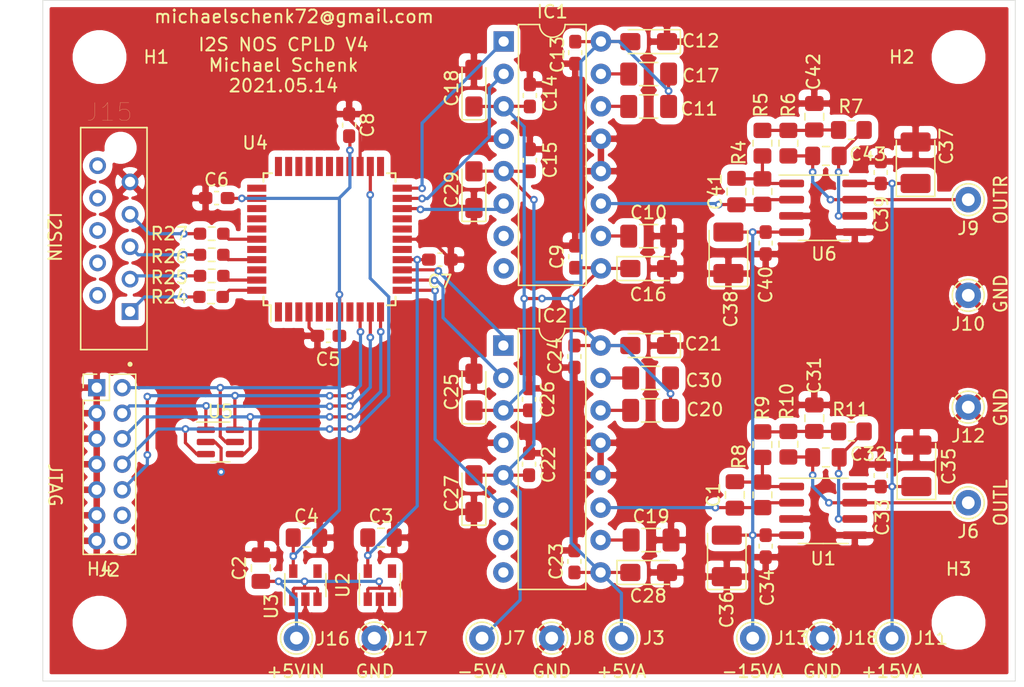
<source format=kicad_pcb>
(kicad_pcb (version 20171130) (host pcbnew "(5.1.10-0-10_14)")
  (layers (0 F.Cu mixed) (31 B.Cu mixed) (34 B.Paste user) (35 F.Paste user) (36 B.SilkS user) (37 F.SilkS user) (38 B.Mask user) (39 F.Mask user) (44 Edge.Cuts user))
  (net 0 "")
  (net 1 GND)
  (net 2 +3V3)
  (net 3 +1V8)
  (net 4 "Net-(C2-Pad1)")
  (net 5 JTAG_TCK)
  (net 6 JTAG_TDO)
  (net 7 JTAG_TDI)
  (net 8 JTAG_TMS)
  (net 9 MCLK)
  (net 10 BCK)
  (net 11 LRCK)
  (net 12 DATAIN)
  (net 13 DATAOUTR)
  (net 14 DATAOUTL)
  (net 15 +5VA)
  (net 16 "Net-(C10-Pad1)")
  (net 17 -5VA)
  (net 18 "Net-(C11-Pad1)")
  (net 19 "Net-(C12-Pad1)")
  (net 20 -15V)
  (net 21 +15V)
  (net 22 "Net-(C19-Pad1)")
  (net 23 "Net-(C20-Pad1)")
  (net 24 "Net-(C21-Pad1)")
  (net 25 LEOUTR)
  (net 26 CLKOUTR)
  (net 27 LEOUTL)
  (net 28 CLKOUTL)
  (net 29 "Net-(C1-Pad2)")
  (net 30 "Net-(C1-Pad1)")
  (net 31 "Net-(C31-Pad1)")
  (net 32 "Net-(C32-Pad2)")
  (net 33 "Net-(C32-Pad1)")
  (net 34 "Net-(C41-Pad2)")
  (net 35 "Net-(C41-Pad1)")
  (net 36 "Net-(C42-Pad1)")
  (net 37 "Net-(C43-Pad2)")
  (net 38 "Net-(C43-Pad1)")
  (net 39 "Net-(J15-Pad1)")
  (net 40 "Net-(J15-Pad3)")
  (net 41 "Net-(J15-Pad5)")
  (net 42 "Net-(J15-Pad7)")
  (module kicad-snk:TE_CONN_RCPT_10POS_0.1_TIN_PCB (layer F.Cu) (at 115.421 85.982 90)
    (fp_text reference J15 (at 15.624 -1.629 180) (layer F.SilkS) (effects (font (size 1.40137 1.40137) (thickness 0.015))))
    (fp_text value A)
    (pad 1 thru_hole rect (at 0 0 90) (size 1.308 1.308) (drill 0.8) (layers *.Cu *.Mask) (net 39 "Net-(J15-Pad1)"))
    (pad 2 thru_hole circle (at 1.27 -2.54 90) (size 1.308 1.308) (drill 0.8) (layers *.Cu *.Mask))
    (pad 3 thru_hole circle (at 2.54 0 90) (size 1.308 1.308) (drill 0.8) (layers *.Cu *.Mask) (net 40 "Net-(J15-Pad3)"))
    (pad 4 thru_hole circle (at 3.81 -2.54 90) (size 1.308 1.308) (drill 0.8) (layers *.Cu *.Mask))
    (pad 5 thru_hole circle (at 5.08 0 90) (size 1.308 1.308) (drill 0.8) (layers *.Cu *.Mask) (net 41 "Net-(J15-Pad5)"))
    (pad 6 thru_hole circle (at 6.35 -2.54 90) (size 1.308 1.308) (drill 0.8) (layers *.Cu *.Mask))
    (pad 7 thru_hole circle (at 7.62 0 90) (size 1.308 1.308) (drill 0.8) (layers *.Cu *.Mask) (net 42 "Net-(J15-Pad7)"))
    (pad 8 thru_hole circle (at 8.89 -2.54 90) (size 1.308 1.308) (drill 0.8) (layers *.Cu *.Mask))
    (pad 9 thru_hole circle (at 10.16 0 90) (size 1.308 1.308) (drill 0.8) (layers *.Cu *.Mask) (net 1 GND))
    (pad 10 thru_hole circle (at 11.43 -2.54 90) (size 1.308 1.308) (drill 0.8) (layers *.Cu *.Mask))
    (pad None np_thru_hole circle (at 12.83 -0.74 90) (size 1.5 1.5) (drill 1.5) (layers *.Cu *.Mask))
  )
  (module Capacitor_SMD:C_0603_1608Metric_Pad1.08x0.95mm_HandSolder (layer F.Cu) (at 146.685 92.8635 90)
    (fp_text reference C26 (at 0 1.4605 90) (layer F.SilkS))
    (fp_text value 100nF)
    (pad 2 smd roundrect (at 0.8625 0 90) (size 1.075 0.95) (layers F.Cu F.Paste F.Mask) (net 1 GND))
    (pad 1 smd roundrect (at -0.8625 0 90) (size 1.075 0.95) (layers F.Cu F.Paste F.Mask) (net 15 +5VA))
  )
  (module Capacitor_SMD:C_0603_1608Metric_Pad1.08x0.95mm_HandSolder (layer F.Cu) (at 150.241 89.5085 270)
    (fp_text reference C24 (at -0.037 1.524 90) (layer F.SilkS))
    (fp_text value 100nF)
    (pad 2 smd roundrect (at 0.8625 0 270) (size 1.075 0.95) (layers F.Cu F.Paste F.Mask) (net 1 GND))
    (pad 1 smd roundrect (at -0.8625 0 270) (size 1.075 0.95) (layers F.Cu F.Paste F.Mask) (net 17 -5VA))
  )
  (module Capacitor_SMD:C_0603_1608Metric_Pad1.08x0.95mm_HandSolder (layer F.Cu) (at 150.241 105.5635 90)
    (fp_text reference C23 (at 0 -1.43 90) (layer F.SilkS))
    (fp_text value 100nF)
    (pad 2 smd roundrect (at 0.8625 0 90) (size 1.075 0.95) (layers F.Cu F.Paste F.Mask) (net 1 GND))
    (pad 1 smd roundrect (at -0.8625 0 90) (size 1.075 0.95) (layers F.Cu F.Paste F.Mask) (net 15 +5VA))
  )
  (module Capacitor_SMD:C_0603_1608Metric_Pad1.08x0.95mm_HandSolder (layer F.Cu) (at 146.685 97.9435 90)
    (fp_text reference C22 (at -0.037 1.524 90) (layer F.SilkS))
    (fp_text value 100nF)
    (pad 2 smd roundrect (at 0.8625 0 90) (size 1.075 0.95) (layers F.Cu F.Paste F.Mask) (net 1 GND))
    (pad 1 smd roundrect (at -0.8625 0 90) (size 1.075 0.95) (layers F.Cu F.Paste F.Mask) (net 17 -5VA))
  )
  (module Capacitor_SMD:C_0603_1608Metric_Pad1.08x0.95mm_HandSolder (layer F.Cu) (at 146.7485 74.131 90)
    (fp_text reference C15 (at 0.0265 1.5875 90) (layer F.SilkS))
    (fp_text value 100nF)
    (pad 2 smd roundrect (at 0.8625 0 90) (size 1.075 0.95) (layers F.Cu F.Paste F.Mask) (net 1 GND))
    (pad 1 smd roundrect (at -0.8625 0 90) (size 1.075 0.95) (layers F.Cu F.Paste F.Mask) (net 17 -5VA))
  )
  (module Capacitor_SMD:C_0603_1608Metric_Pad1.08x0.95mm_HandSolder (layer F.Cu) (at 146.7485 69.051 90)
    (fp_text reference C14 (at 0.1535 1.5875 90) (layer F.SilkS))
    (fp_text value 100nF)
    (pad 2 smd roundrect (at 0.8625 0 90) (size 1.075 0.95) (layers F.Cu F.Paste F.Mask) (net 1 GND))
    (pad 1 smd roundrect (at -0.8625 0 90) (size 1.075 0.95) (layers F.Cu F.Paste F.Mask) (net 15 +5VA))
  )
  (module Capacitor_SMD:C_0603_1608Metric_Pad1.08x0.95mm_HandSolder (layer F.Cu) (at 150.3045 65.696 270)
    (fp_text reference C13 (at 0.1535 1.397 90) (layer F.SilkS))
    (fp_text value 100nF)
    (pad 2 smd roundrect (at 0.8625 0 270) (size 1.075 0.95) (layers F.Cu F.Paste F.Mask) (net 1 GND))
    (pad 1 smd roundrect (at -0.8625 0 270) (size 1.075 0.95) (layers F.Cu F.Paste F.Mask) (net 17 -5VA))
  )
  (module Capacitor_SMD:C_0603_1608Metric_Pad1.08x0.95mm_HandSolder (layer F.Cu) (at 150.3045 81.6875 90)
    (fp_text reference C9 (at 0 -1.43 90) (layer F.SilkS))
    (fp_text value 100nF)
    (pad 2 smd roundrect (at 0.8625 0 90) (size 1.075 0.95) (layers F.Cu F.Paste F.Mask) (net 1 GND))
    (pad 1 smd roundrect (at -0.8625 0 90) (size 1.075 0.95) (layers F.Cu F.Paste F.Mask) (net 15 +5VA))
  )
  (module Package_SO:SOIC-8_3.9x4.9mm_P1.27mm (layer F.Cu) (at 169.7355 77.851)
    (fp_text reference U6 (at 0.0635 3.6195) (layer F.SilkS))
    (fp_text value OPA1612)
    (pad 8 smd roundrect (at 2.475 -1.905) (size 1.95 0.6) (layers F.Cu F.Paste F.Mask) (net 21 +15V))
    (pad 7 smd roundrect (at 2.475 -0.635) (size 1.95 0.6) (layers F.Cu F.Paste F.Mask) (net 38 "Net-(C43-Pad1)"))
    (pad 6 smd roundrect (at 2.475 0.635) (size 1.95 0.6) (layers F.Cu F.Paste F.Mask) (net 37 "Net-(C43-Pad2)"))
    (pad 5 smd roundrect (at 2.475 1.905) (size 1.95 0.6) (layers F.Cu F.Paste F.Mask) (net 1 GND))
    (pad 4 smd roundrect (at -2.475 1.905) (size 1.95 0.6) (layers F.Cu F.Paste F.Mask) (net 20 -15V))
    (pad 3 smd roundrect (at -2.475 0.635) (size 1.95 0.6) (layers F.Cu F.Paste F.Mask) (net 1 GND))
    (pad 2 smd roundrect (at -2.475 -0.635) (size 1.95 0.6) (layers F.Cu F.Paste F.Mask) (net 35 "Net-(C41-Pad1)"))
    (pad 1 smd roundrect (at -2.475 -1.905) (size 1.95 0.6) (layers F.Cu F.Paste F.Mask) (net 34 "Net-(C41-Pad2)"))
  )
  (module Resistor_SMD:R_0805_2012Metric_Pad1.20x1.40mm_HandSolder (layer F.Cu) (at 171.942 71.755 180)
    (fp_text reference R7 (at 0.0475 1.8415) (layer F.SilkS))
    (fp_text value 2k)
    (pad 2 smd roundrect (at 1 0 180) (size 1.2 1.4) (layers F.Cu F.Paste F.Mask) (roundrect_rratio 0.208333) (net 36 "Net-(C42-Pad1)"))
    (pad 1 smd roundrect (at -1 0 180) (size 1.2 1.4) (layers F.Cu F.Paste F.Mask) (roundrect_rratio 0.208333) (net 37 "Net-(C43-Pad2)"))
  )
  (module Resistor_SMD:R_0805_2012Metric_Pad1.20x1.40mm_HandSolder (layer F.Cu) (at 167.005 72.787 270)
    (fp_text reference R6 (at -3.0005 0 90) (layer F.SilkS))
    (fp_text value 4.7k)
    (pad 2 smd roundrect (at 1 0 270) (size 1.2 1.4) (layers F.Cu F.Paste F.Mask) (roundrect_rratio 0.208333) (net 38 "Net-(C43-Pad1)"))
    (pad 1 smd roundrect (at -1 0 270) (size 1.2 1.4) (layers F.Cu F.Paste F.Mask) (roundrect_rratio 0.208333) (net 36 "Net-(C42-Pad1)"))
  )
  (module Resistor_SMD:R_0805_2012Metric_Pad1.20x1.40mm_HandSolder (layer F.Cu) (at 164.973 72.787 270)
    (fp_text reference R5 (at -3.0005 0.127 90) (layer F.SilkS))
    (fp_text value 4.7k)
    (pad 2 smd roundrect (at 1 0 270) (size 1.2 1.4) (layers F.Cu F.Paste F.Mask) (roundrect_rratio 0.208333) (net 34 "Net-(C41-Pad2)"))
    (pad 1 smd roundrect (at -1 0 270) (size 1.2 1.4) (layers F.Cu F.Paste F.Mask) (roundrect_rratio 0.208333) (net 36 "Net-(C42-Pad1)"))
  )
  (module Resistor_SMD:R_0805_2012Metric_Pad1.20x1.40mm_HandSolder (layer F.Cu) (at 164.973 76.581 270)
    (fp_text reference R4 (at -3.048 1.8415 90) (layer F.SilkS))
    (fp_text value 2.5k)
    (pad 2 smd roundrect (at 1 0 270) (size 1.2 1.4) (layers F.Cu F.Paste F.Mask) (roundrect_rratio 0.208333) (net 35 "Net-(C41-Pad1)"))
    (pad 1 smd roundrect (at -1 0 270) (size 1.2 1.4) (layers F.Cu F.Paste F.Mask) (roundrect_rratio 0.208333) (net 34 "Net-(C41-Pad2)"))
  )
  (module Capacitor_SMD:C_0805_2012Metric_Pad1.18x1.45mm_HandSolder (layer F.Cu) (at 169.9475 73.787)
    (fp_text reference C43 (at 3.2805 -0.127) (layer F.SilkS))
    (fp_text value 560p)
    (pad 2 smd roundrect (at 1.0375 0) (size 1.175 1.45) (layers F.Cu F.Paste F.Mask) (roundrect_rratio 0.212766) (net 37 "Net-(C43-Pad2)"))
    (pad 1 smd roundrect (at -1.0375 0) (size 1.175 1.45) (layers F.Cu F.Paste F.Mask) (roundrect_rratio 0.212766) (net 38 "Net-(C43-Pad1)"))
  )
  (module Capacitor_SMD:C_0805_2012Metric_Pad1.18x1.45mm_HandSolder (layer F.Cu) (at 169.037 70.7175 90)
    (fp_text reference C42 (at 3.5345 -0.0635 90) (layer F.SilkS))
    (fp_text value 2n2)
    (pad 2 smd roundrect (at 1.0375 0 90) (size 1.175 1.45) (layers F.Cu F.Paste F.Mask) (roundrect_rratio 0.212766) (net 1 GND))
    (pad 1 smd roundrect (at -1.0375 0 90) (size 1.175 1.45) (layers F.Cu F.Paste F.Mask) (roundrect_rratio 0.212766) (net 36 "Net-(C42-Pad1)"))
  )
  (module Capacitor_SMD:C_0805_2012Metric_Pad1.18x1.45mm_HandSolder (layer F.Cu) (at 162.941 76.581 90)
    (fp_text reference C41 (at 0 -1.68 90) (layer F.SilkS))
    (fp_text value 220pF)
    (pad 2 smd roundrect (at 1.0375 0 90) (size 1.175 1.45) (layers F.Cu F.Paste F.Mask) (roundrect_rratio 0.212766) (net 34 "Net-(C41-Pad2)"))
    (pad 1 smd roundrect (at -1.0375 0 90) (size 1.175 1.45) (layers F.Cu F.Paste F.Mask) (roundrect_rratio 0.212766) (net 35 "Net-(C41-Pad1)"))
  )
  (module Capacitor_SMD:C_0603_1608Metric_Pad1.08x0.95mm_HandSolder (layer F.Cu) (at 165.227 80.6185 90)
    (fp_text reference C40 (at -3.265 0 90) (layer F.SilkS))
    (fp_text value 100nF)
    (pad 2 smd roundrect (at 0.8625 0 90) (size 1.075 0.95) (layers F.Cu F.Paste F.Mask) (net 20 -15V))
    (pad 1 smd roundrect (at -0.8625 0 90) (size 1.075 0.95) (layers F.Cu F.Paste F.Mask) (net 1 GND))
  )
  (module Capacitor_SMD:C_0603_1608Metric_Pad1.08x0.95mm_HandSolder (layer F.Cu) (at 174.244 75.0835 90)
    (fp_text reference C39 (at -3.2755 0.0635 90) (layer F.SilkS))
    (fp_text value 100nF)
    (pad 2 smd roundrect (at 0.8625 0 90) (size 1.075 0.95) (layers F.Cu F.Paste F.Mask) (net 1 GND))
    (pad 1 smd roundrect (at -0.8625 0 90) (size 1.075 0.95) (layers F.Cu F.Paste F.Mask) (net 21 +15V))
  )
  (module Capacitor_Tantalum_SMD:CP_EIA-3528-21_Kemet-B_Pad1.50x2.35mm_HandSolder (layer F.Cu) (at 162.306 81.381 90)
    (fp_text reference C38 (at -4.4075 0.1905 90) (layer F.SilkS))
    (fp_text value 10uF/25V)
    (pad 2 smd roundrect (at 1.625 0 90) (size 1.5 2.35) (layers F.Cu F.Paste F.Mask) (roundrect_rratio 0.166667) (net 20 -15V))
    (pad 1 smd roundrect (at -1.625 0 90) (size 1.5 2.35) (layers F.Cu F.Paste F.Mask) (roundrect_rratio 0.166667) (net 1 GND))
  )
  (module Capacitor_Tantalum_SMD:CP_EIA-3528-21_Kemet-B_Pad1.50x2.35mm_HandSolder (layer F.Cu) (at 176.9745 74.321 90)
    (fp_text reference C37 (at 1.296 2.413 90) (layer F.SilkS))
    (fp_text value 10uF/25V)
    (pad 2 smd roundrect (at 1.625 0 90) (size 1.5 2.35) (layers F.Cu F.Paste F.Mask) (roundrect_rratio 0.166667) (net 1 GND))
    (pad 1 smd roundrect (at -1.625 0 90) (size 1.5 2.35) (layers F.Cu F.Paste F.Mask) (roundrect_rratio 0.166667) (net 21 +15V))
  )
  (module Capacitor_Tantalum_SMD:CP_EIA-3216-18_Kemet-A_Pad1.58x1.35mm_HandSolder (layer F.Cu) (at 142.367 76.431 90)
    (fp_text reference C29 (at 0 -1.75 90) (layer F.SilkS))
    (fp_text value 10uF/25V)
    (pad 2 smd roundrect (at 1.4375 0 90) (size 1.575 1.35) (layers F.Cu F.Paste F.Mask) (roundrect_rratio 0.185185) (net 17 -5VA))
    (pad 1 smd roundrect (at -1.4375 0 90) (size 1.575 1.35) (layers F.Cu F.Paste F.Mask) (roundrect_rratio 0.185185) (net 1 GND))
  )
  (module Capacitor_Tantalum_SMD:CP_EIA-3216-18_Kemet-A_Pad1.58x1.35mm_HandSolder (layer F.Cu) (at 142.367 68.476 90)
    (fp_text reference C18 (at 0 -1.75 90) (layer F.SilkS))
    (fp_text value 10uF/10V)
    (pad 2 smd roundrect (at 1.4375 0 90) (size 1.575 1.35) (layers F.Cu F.Paste F.Mask) (roundrect_rratio 0.185185) (net 1 GND))
    (pad 1 smd roundrect (at -1.4375 0 90) (size 1.575 1.35) (layers F.Cu F.Paste F.Mask) (roundrect_rratio 0.185185) (net 15 +5VA))
  )
  (module Capacitor_Tantalum_SMD:CP_EIA-3216-18_Kemet-A_Pad1.58x1.35mm_HandSolder (layer F.Cu) (at 156.06 64.8335 180)
    (fp_text reference C17 (at -4.087 -2.667) (layer F.SilkS))
    (fp_text value 10uF/25V)
    (pad 2 smd roundrect (at 1.4375 0 180) (size 1.575 1.35) (layers F.Cu F.Paste F.Mask) (roundrect_rratio 0.185185) (net 17 -5VA))
    (pad 1 smd roundrect (at -1.4375 0 180) (size 1.575 1.35) (layers F.Cu F.Paste F.Mask) (roundrect_rratio 0.185185) (net 1 GND))
  )
  (module Capacitor_Tantalum_SMD:CP_EIA-3216-18_Kemet-A_Pad1.58x1.35mm_HandSolder (layer F.Cu) (at 156.06 82.6135)
    (fp_text reference C16 (at -0.0405 2.032) (layer F.SilkS))
    (fp_text value 10uF/25V)
    (pad 2 smd roundrect (at 1.4375 0) (size 1.575 1.35) (layers F.Cu F.Paste F.Mask) (roundrect_rratio 0.185185) (net 1 GND))
    (pad 1 smd roundrect (at -1.4375 0) (size 1.575 1.35) (layers F.Cu F.Paste F.Mask) (roundrect_rratio 0.185185) (net 15 +5VA))
  )
  (module Capacitor_Tantalum_SMD:CP_EIA-3216-18_Kemet-A_Pad1.58x1.35mm_HandSolder (layer F.Cu) (at 156.06 88.646 180)
    (fp_text reference C30 (at -4.341 -2.7305) (layer F.SilkS))
    (fp_text value 10uF/25V)
    (pad 2 smd roundrect (at 1.4375 0 180) (size 1.575 1.35) (layers F.Cu F.Paste F.Mask) (roundrect_rratio 0.185185) (net 17 -5VA))
    (pad 1 smd roundrect (at -1.4375 0 180) (size 1.575 1.35) (layers F.Cu F.Paste F.Mask) (roundrect_rratio 0.185185) (net 1 GND))
  )
  (module Capacitor_Tantalum_SMD:CP_EIA-3216-18_Kemet-A_Pad1.58x1.35mm_HandSolder (layer F.Cu) (at 156.06 106.426)
    (fp_text reference C28 (at -0.0405 1.8415) (layer F.SilkS))
    (fp_text value 10uF/25V)
    (pad 2 smd roundrect (at 1.4375 0) (size 1.575 1.35) (layers F.Cu F.Paste F.Mask) (roundrect_rratio 0.185185) (net 1 GND))
    (pad 1 smd roundrect (at -1.4375 0) (size 1.575 1.35) (layers F.Cu F.Paste F.Mask) (roundrect_rratio 0.185185) (net 15 +5VA))
  )
  (module Capacitor_Tantalum_SMD:CP_EIA-3216-18_Kemet-A_Pad1.58x1.35mm_HandSolder (layer F.Cu) (at 142.367 100.2435 90)
    (fp_text reference C27 (at 0 -1.75 90) (layer F.SilkS))
    (fp_text value 10uF/25V)
    (pad 2 smd roundrect (at 1.4375 0 90) (size 1.575 1.35) (layers F.Cu F.Paste F.Mask) (roundrect_rratio 0.185185) (net 17 -5VA))
    (pad 1 smd roundrect (at -1.4375 0 90) (size 1.575 1.35) (layers F.Cu F.Paste F.Mask) (roundrect_rratio 0.185185) (net 1 GND))
  )
  (module Capacitor_Tantalum_SMD:CP_EIA-3216-18_Kemet-A_Pad1.58x1.35mm_HandSolder (layer F.Cu) (at 142.367 92.2885 90)
    (fp_text reference C25 (at 0 -1.75 90) (layer F.SilkS))
    (fp_text value 10uF/10V)
    (pad 2 smd roundrect (at 1.4375 0 90) (size 1.575 1.35) (layers F.Cu F.Paste F.Mask) (roundrect_rratio 0.185185) (net 1 GND))
    (pad 1 smd roundrect (at -1.4375 0 90) (size 1.575 1.35) (layers F.Cu F.Paste F.Mask) (roundrect_rratio 0.185185) (net 15 +5VA))
  )
  (module Package_SO:SOIC-8_3.9x4.9mm_P1.27mm (layer F.Cu) (at 169.737 101.6)
    (fp_text reference U1 (at 0 3.7465) (layer F.SilkS))
    (fp_text value OPA1612)
    (pad 8 smd roundrect (at 2.475 -1.905) (size 1.95 0.6) (layers F.Cu F.Paste F.Mask) (net 21 +15V))
    (pad 7 smd roundrect (at 2.475 -0.635) (size 1.95 0.6) (layers F.Cu F.Paste F.Mask) (net 33 "Net-(C32-Pad1)"))
    (pad 6 smd roundrect (at 2.475 0.635) (size 1.95 0.6) (layers F.Cu F.Paste F.Mask) (net 32 "Net-(C32-Pad2)"))
    (pad 5 smd roundrect (at 2.475 1.905) (size 1.95 0.6) (layers F.Cu F.Paste F.Mask) (net 1 GND))
    (pad 4 smd roundrect (at -2.475 1.905) (size 1.95 0.6) (layers F.Cu F.Paste F.Mask) (net 20 -15V))
    (pad 3 smd roundrect (at -2.475 0.635) (size 1.95 0.6) (layers F.Cu F.Paste F.Mask) (net 1 GND))
    (pad 2 smd roundrect (at -2.475 -0.635) (size 1.95 0.6) (layers F.Cu F.Paste F.Mask) (net 30 "Net-(C1-Pad1)"))
    (pad 1 smd roundrect (at -2.475 -1.905) (size 1.95 0.6) (layers F.Cu F.Paste F.Mask) (net 29 "Net-(C1-Pad2)"))
  )
  (module Capacitor_SMD:C_0603_1608Metric_Pad1.08x0.95mm_HandSolder (layer F.Cu) (at 165.227 104.3675 90)
    (fp_text reference C34 (at -3.265 0.127 90) (layer F.SilkS))
    (fp_text value 100nF)
    (pad 2 smd roundrect (at 0.8625 0 90) (size 1.075 0.95) (layers F.Cu F.Paste F.Mask) (net 20 -15V))
    (pad 1 smd roundrect (at -0.8625 0 90) (size 1.075 0.95) (layers F.Cu F.Paste F.Mask) (net 1 GND))
  )
  (module Capacitor_SMD:C_0603_1608Metric_Pad1.08x0.95mm_HandSolder (layer F.Cu) (at 174.244 98.8325 90)
    (fp_text reference C33 (at -3.2755 0.127 90) (layer F.SilkS))
    (fp_text value 100nF)
    (pad 2 smd roundrect (at 0.8625 0 90) (size 1.075 0.95) (layers F.Cu F.Paste F.Mask) (net 1 GND))
    (pad 1 smd roundrect (at -0.8625 0 90) (size 1.075 0.95) (layers F.Cu F.Paste F.Mask) (net 21 +15V))
  )
  (module Resistor_SMD:R_0805_2012Metric_Pad1.20x1.40mm_HandSolder (layer F.Cu) (at 171.942 95.377 180)
    (fp_text reference R11 (at 0.0475 1.7145) (layer F.SilkS))
    (fp_text value 2k)
    (pad 2 smd roundrect (at 1 0 180) (size 1.2 1.4) (layers F.Cu F.Paste F.Mask) (roundrect_rratio 0.208333) (net 31 "Net-(C31-Pad1)"))
    (pad 1 smd roundrect (at -1 0 180) (size 1.2 1.4) (layers F.Cu F.Paste F.Mask) (roundrect_rratio 0.208333) (net 32 "Net-(C32-Pad2)"))
  )
  (module Resistor_SMD:R_0805_2012Metric_Pad1.20x1.40mm_HandSolder (layer F.Cu) (at 167.005 96.377 270)
    (fp_text reference R10 (at -3.3495 0.127 90) (layer F.SilkS))
    (fp_text value 4.7k)
    (pad 2 smd roundrect (at 1 0 270) (size 1.2 1.4) (layers F.Cu F.Paste F.Mask) (roundrect_rratio 0.208333) (net 33 "Net-(C32-Pad1)"))
    (pad 1 smd roundrect (at -1 0 270) (size 1.2 1.4) (layers F.Cu F.Paste F.Mask) (roundrect_rratio 0.208333) (net 31 "Net-(C31-Pad1)"))
  )
  (module Resistor_SMD:R_0805_2012Metric_Pad1.20x1.40mm_HandSolder (layer F.Cu) (at 164.973 96.409 270)
    (fp_text reference R9 (at -2.8735 0 90) (layer F.SilkS))
    (fp_text value 4.7k)
    (pad 2 smd roundrect (at 1 0 270) (size 1.2 1.4) (layers F.Cu F.Paste F.Mask) (roundrect_rratio 0.208333) (net 29 "Net-(C1-Pad2)"))
    (pad 1 smd roundrect (at -1 0 270) (size 1.2 1.4) (layers F.Cu F.Paste F.Mask) (roundrect_rratio 0.208333) (net 31 "Net-(C31-Pad1)"))
  )
  (module Resistor_SMD:R_0805_2012Metric_Pad1.20x1.40mm_HandSolder (layer F.Cu) (at 164.973 100.346 270)
    (fp_text reference R8 (at -3.0005 1.8415 90) (layer F.SilkS))
    (fp_text value 2.5k)
    (pad 2 smd roundrect (at 1 0 270) (size 1.2 1.4) (layers F.Cu F.Paste F.Mask) (roundrect_rratio 0.208333) (net 30 "Net-(C1-Pad1)"))
    (pad 1 smd roundrect (at -1 0 270) (size 1.2 1.4) (layers F.Cu F.Paste F.Mask) (roundrect_rratio 0.208333) (net 29 "Net-(C1-Pad2)"))
  )
  (module Capacitor_Tantalum_SMD:CP_EIA-3528-21_Kemet-B_Pad1.50x2.35mm_HandSolder (layer F.Cu) (at 162.179 105.13 90)
    (fp_text reference C36 (at -4.217 0 90) (layer F.SilkS))
    (fp_text value 10uF/25V)
    (pad 2 smd roundrect (at 1.625 0 90) (size 1.5 2.35) (layers F.Cu F.Paste F.Mask) (roundrect_rratio 0.166667) (net 20 -15V))
    (pad 1 smd roundrect (at -1.625 0 90) (size 1.5 2.35) (layers F.Cu F.Paste F.Mask) (roundrect_rratio 0.166667) (net 1 GND))
  )
  (module Capacitor_Tantalum_SMD:CP_EIA-3528-21_Kemet-B_Pad1.50x2.35mm_HandSolder (layer F.Cu) (at 177.038 98.07 90)
    (fp_text reference C35 (at -0.0375 2.54 90) (layer F.SilkS))
    (fp_text value 10uF/25V)
    (pad 2 smd roundrect (at 1.625 0 90) (size 1.5 2.35) (layers F.Cu F.Paste F.Mask) (roundrect_rratio 0.166667) (net 1 GND))
    (pad 1 smd roundrect (at -1.625 0 90) (size 1.5 2.35) (layers F.Cu F.Paste F.Mask) (roundrect_rratio 0.166667) (net 21 +15V))
  )
  (module Capacitor_SMD:C_0805_2012Metric_Pad1.18x1.45mm_HandSolder (layer F.Cu) (at 169.9475 97.409)
    (fp_text reference C32 (at 3.344 -0.254) (layer F.SilkS))
    (fp_text value 560p)
    (pad 2 smd roundrect (at 1.0375 0) (size 1.175 1.45) (layers F.Cu F.Paste F.Mask) (roundrect_rratio 0.212766) (net 32 "Net-(C32-Pad2)"))
    (pad 1 smd roundrect (at -1.0375 0) (size 1.175 1.45) (layers F.Cu F.Paste F.Mask) (roundrect_rratio 0.212766) (net 33 "Net-(C32-Pad1)"))
  )
  (module Capacitor_SMD:C_0805_2012Metric_Pad1.18x1.45mm_HandSolder (layer F.Cu) (at 169.037 94.3395 90)
    (fp_text reference C31 (at 3.344 0 90) (layer F.SilkS))
    (fp_text value 2n2)
    (pad 2 smd roundrect (at 1.0375 0 90) (size 1.175 1.45) (layers F.Cu F.Paste F.Mask) (roundrect_rratio 0.212766) (net 1 GND))
    (pad 1 smd roundrect (at -1.0375 0 90) (size 1.175 1.45) (layers F.Cu F.Paste F.Mask) (roundrect_rratio 0.212766) (net 31 "Net-(C31-Pad1)"))
  )
  (module Capacitor_SMD:C_0805_2012Metric_Pad1.18x1.45mm_HandSolder (layer F.Cu) (at 162.814 100.3515 90)
    (fp_text reference C1 (at 0 -1.68 90) (layer F.SilkS))
    (fp_text value 220pF)
    (pad 2 smd roundrect (at 1.0375 0 90) (size 1.175 1.45) (layers F.Cu F.Paste F.Mask) (roundrect_rratio 0.212766) (net 29 "Net-(C1-Pad2)"))
    (pad 1 smd roundrect (at -1.0375 0 90) (size 1.175 1.45) (layers F.Cu F.Paste F.Mask) (roundrect_rratio 0.212766) (net 30 "Net-(C1-Pad1)"))
  )
  (module Package_SO:SC-74-6_1.5x2.9mm_P0.95mm (layer F.Cu) (at 122.497 96.2025)
    (fp_text reference U5 (at 0 -2.4) (layer F.SilkS))
    (fp_text value CM1293A−04SO)
    (pad 6 smd roundrect (at 1.1375 -0.95) (size 1.425 0.5) (layers F.Cu F.Paste F.Mask) (net 7 JTAG_TDI))
    (pad 5 smd roundrect (at 1.1375 0) (size 1.425 0.5) (layers F.Cu F.Paste F.Mask) (net 2 +3V3))
    (pad 4 smd roundrect (at 1.1375 0.95) (size 1.425 0.5) (layers F.Cu F.Paste F.Mask) (net 5 JTAG_TCK))
    (pad 3 smd roundrect (at -1.1375 0.95) (size 1.425 0.5) (layers F.Cu F.Paste F.Mask) (net 6 JTAG_TDO))
    (pad 2 smd roundrect (at -1.1375 0) (size 1.425 0.5) (layers F.Cu F.Paste F.Mask) (net 1 GND))
    (pad 1 smd roundrect (at -1.1375 -0.95) (size 1.425 0.5) (layers F.Cu F.Paste F.Mask) (net 8 JTAG_TMS))
  )
  (module Connector_PinHeader_2.00mm:PinHeader_2x07_P2.00mm_Vertical (layer F.Cu) (at 112.808 91.948)
    (fp_text reference J2 (at 0.984 14.2875) (layer F.SilkS))
    (fp_text value Conn_02x07_Odd_Even)
    (pad 14 thru_hole oval (at 2 12) (size 1.35 1.35) (drill 0.8) (layers *.Cu *.Mask))
    (pad 13 thru_hole oval (at 0 12) (size 1.35 1.35) (drill 0.8) (layers *.Cu *.Mask) (net 1 GND))
    (pad 12 thru_hole oval (at 2 10) (size 1.35 1.35) (drill 0.8) (layers *.Cu *.Mask))
    (pad 11 thru_hole oval (at 0 10) (size 1.35 1.35) (drill 0.8) (layers *.Cu *.Mask) (net 1 GND))
    (pad 10 thru_hole oval (at 2 8) (size 1.35 1.35) (drill 0.8) (layers *.Cu *.Mask) (net 7 JTAG_TDI))
    (pad 9 thru_hole oval (at 0 8) (size 1.35 1.35) (drill 0.8) (layers *.Cu *.Mask) (net 1 GND))
    (pad 8 thru_hole oval (at 2 6) (size 1.35 1.35) (drill 0.8) (layers *.Cu *.Mask) (net 6 JTAG_TDO))
    (pad 7 thru_hole oval (at 0 6) (size 1.35 1.35) (drill 0.8) (layers *.Cu *.Mask) (net 1 GND))
    (pad 6 thru_hole oval (at 2 4) (size 1.35 1.35) (drill 0.8) (layers *.Cu *.Mask) (net 5 JTAG_TCK))
    (pad 5 thru_hole oval (at 0 4) (size 1.35 1.35) (drill 0.8) (layers *.Cu *.Mask) (net 1 GND))
    (pad 4 thru_hole oval (at 2 2) (size 1.35 1.35) (drill 0.8) (layers *.Cu *.Mask) (net 8 JTAG_TMS))
    (pad 3 thru_hole oval (at 0 2) (size 1.35 1.35) (drill 0.8) (layers *.Cu *.Mask) (net 1 GND))
    (pad 2 thru_hole oval (at 2 0) (size 1.35 1.35) (drill 0.8) (layers *.Cu *.Mask) (net 2 +3V3))
    (pad 1 thru_hole rect (at 0 0) (size 1.35 1.35) (drill 0.8) (layers *.Cu *.Mask) (net 1 GND))
  )
  (module Connector_Pin:Pin_D1.0mm_L10.0mm (layer F.Cu) (at 181.102 93.472)
    (fp_text reference J12 (at 0 2.25) (layer F.SilkS))
    (fp_text value GND)
    (pad 1 thru_hole circle (at 0 0) (size 2 2) (drill 1) (layers *.Cu *.Mask) (net 1 GND))
  )
  (module Connector_Pin:Pin_D1.0mm_L10.0mm (layer F.Cu) (at 181.102 100.965)
    (fp_text reference J6 (at 0 2.25) (layer F.SilkS))
    (fp_text value OUT)
    (pad 1 thru_hole circle (at 0 0) (size 2 2) (drill 1) (layers *.Cu *.Mask) (net 33 "Net-(C32-Pad1)"))
  )
  (module Package_DIP:DIP-16_W7.62mm (layer F.Cu) (at 144.674 88.646)
    (fp_text reference IC2 (at 3.81 -2.33) (layer F.SilkS))
    (fp_text value PCM1702P)
    (pad 16 thru_hole oval (at 7.62 0) (size 1.6 1.6) (drill 0.8) (layers *.Cu *.Mask) (net 17 -5VA))
    (pad 8 thru_hole oval (at 0 17.78) (size 1.6 1.6) (drill 0.8) (layers *.Cu *.Mask))
    (pad 15 thru_hole oval (at 7.62 2.54) (size 1.6 1.6) (drill 0.8) (layers *.Cu *.Mask) (net 24 "Net-(C21-Pad1)"))
    (pad 7 thru_hole oval (at 0 15.24) (size 1.6 1.6) (drill 0.8) (layers *.Cu *.Mask))
    (pad 14 thru_hole oval (at 7.62 5.08) (size 1.6 1.6) (drill 0.8) (layers *.Cu *.Mask) (net 23 "Net-(C20-Pad1)"))
    (pad 6 thru_hole oval (at 0 12.7) (size 1.6 1.6) (drill 0.8) (layers *.Cu *.Mask) (net 27 LEOUTL))
    (pad 13 thru_hole oval (at 7.62 7.62) (size 1.6 1.6) (drill 0.8) (layers *.Cu *.Mask) (net 1 GND))
    (pad 5 thru_hole oval (at 0 10.16) (size 1.6 1.6) (drill 0.8) (layers *.Cu *.Mask) (net 17 -5VA))
    (pad 12 thru_hole oval (at 7.62 10.16) (size 1.6 1.6) (drill 0.8) (layers *.Cu *.Mask) (net 1 GND))
    (pad 4 thru_hole oval (at 0 7.62) (size 1.6 1.6) (drill 0.8) (layers *.Cu *.Mask) (net 1 GND))
    (pad 11 thru_hole oval (at 7.62 12.7) (size 1.6 1.6) (drill 0.8) (layers *.Cu *.Mask) (net 30 "Net-(C1-Pad1)"))
    (pad 3 thru_hole oval (at 0 5.08) (size 1.6 1.6) (drill 0.8) (layers *.Cu *.Mask) (net 15 +5VA))
    (pad 10 thru_hole oval (at 7.62 15.24) (size 1.6 1.6) (drill 0.8) (layers *.Cu *.Mask) (net 22 "Net-(C19-Pad1)"))
    (pad 2 thru_hole oval (at 0 2.54) (size 1.6 1.6) (drill 0.8) (layers *.Cu *.Mask) (net 28 CLKOUTL))
    (pad 9 thru_hole oval (at 7.62 17.78) (size 1.6 1.6) (drill 0.8) (layers *.Cu *.Mask) (net 15 +5VA))
    (pad 1 thru_hole rect (at 0 0) (size 1.6 1.6) (drill 0.8) (layers *.Cu *.Mask) (net 14 DATAOUTL))
  )
  (module Capacitor_SMD:C_1206_3216Metric_Pad1.33x1.80mm_HandSolder (layer F.Cu) (at 156.21 91.186)
    (fp_text reference C21 (at 4.1275 -2.667) (layer F.SilkS))
    (fp_text value 100uF)
    (pad 2 smd roundrect (at 1.5625 0) (size 1.325 1.8) (layers F.Cu F.Paste F.Mask) (roundrect_rratio 0.1886784905660377) (net 17 -5VA))
    (pad 1 smd roundrect (at -1.5625 0) (size 1.325 1.8) (layers F.Cu F.Paste F.Mask) (roundrect_rratio 0.1886784905660377) (net 24 "Net-(C21-Pad1)"))
  )
  (module Capacitor_SMD:C_1206_3216Metric_Pad1.33x1.80mm_HandSolder (layer F.Cu) (at 156.21 93.726)
    (fp_text reference C20 (at 4.2545 -0.0635) (layer F.SilkS))
    (fp_text value 100uF)
    (pad 2 smd roundrect (at 1.5625 0) (size 1.325 1.8) (layers F.Cu F.Paste F.Mask) (roundrect_rratio 0.1886784905660377) (net 17 -5VA))
    (pad 1 smd roundrect (at -1.5625 0) (size 1.325 1.8) (layers F.Cu F.Paste F.Mask) (roundrect_rratio 0.1886784905660377) (net 23 "Net-(C20-Pad1)"))
  )
  (module Capacitor_SMD:C_1206_3216Metric_Pad1.33x1.80mm_HandSolder (layer F.Cu) (at 156.2485 103.886)
    (fp_text reference C19 (at 0 -1.85) (layer F.SilkS))
    (fp_text value 100uF)
    (pad 2 smd roundrect (at 1.5625 0) (size 1.325 1.8) (layers F.Cu F.Paste F.Mask) (roundrect_rratio 0.1886784905660377) (net 1 GND))
    (pad 1 smd roundrect (at -1.5625 0) (size 1.325 1.8) (layers F.Cu F.Paste F.Mask) (roundrect_rratio 0.1886784905660377) (net 22 "Net-(C19-Pad1)"))
  )
  (module Connector_Pin:Pin_D1.0mm_L10.0mm (layer F.Cu) (at 169.672 111.5695)
    (fp_text reference J18 (at 3.048 0) (layer F.SilkS))
    (fp_text value GND)
    (pad 1 thru_hole circle (at 0 0) (size 2 2) (drill 1) (layers *.Cu *.Mask) (net 1 GND))
  )
  (module Connector_Pin:Pin_D1.0mm_L10.0mm (layer F.Cu) (at 164.211 111.5695)
    (fp_text reference J13 (at 3.048 0) (layer F.SilkS))
    (fp_text value -15VAIN)
    (pad 1 thru_hole circle (at 0 0) (size 2 2) (drill 1) (layers *.Cu *.Mask) (net 20 -15V))
  )
  (module Connector_Pin:Pin_D1.0mm_L10.0mm (layer F.Cu) (at 175.133 111.5695)
    (fp_text reference J11 (at 3.048 0) (layer F.SilkS))
    (fp_text value +15VAIN)
    (pad 1 thru_hole circle (at 0 0) (size 2 2) (drill 1) (layers *.Cu *.Mask) (net 21 +15V))
  )
  (module Connector_Pin:Pin_D1.0mm_L10.0mm (layer F.Cu) (at 181.102 84.709)
    (fp_text reference J10 (at 0 2.25) (layer F.SilkS))
    (fp_text value GND)
    (pad 1 thru_hole circle (at 0 0) (size 2 2) (drill 1) (layers *.Cu *.Mask) (net 1 GND))
  )
  (module Connector_Pin:Pin_D1.0mm_L10.0mm (layer F.Cu) (at 181.102 77.216)
    (fp_text reference J9 (at 0 2.25) (layer F.SilkS))
    (fp_text value OUT)
    (pad 1 thru_hole circle (at 0 0) (size 2 2) (drill 1) (layers *.Cu *.Mask) (net 38 "Net-(C43-Pad1)"))
  )
  (module Connector_Pin:Pin_D1.0mm_L10.0mm (layer F.Cu) (at 148.463 111.5695)
    (fp_text reference J8 (at 2.54 0) (layer F.SilkS))
    (fp_text value GND)
    (pad 1 thru_hole circle (at 0 0) (size 2 2) (drill 1) (layers *.Cu *.Mask) (net 1 GND))
  )
  (module Connector_Pin:Pin_D1.0mm_L10.0mm (layer F.Cu) (at 143.002 111.5695)
    (fp_text reference J7 (at 2.54 0) (layer F.SilkS))
    (fp_text value -5VAIN)
    (pad 1 thru_hole circle (at 0 0) (size 2 2) (drill 1) (layers *.Cu *.Mask) (net 17 -5VA))
  )
  (module Connector_Pin:Pin_D1.0mm_L10.0mm (layer F.Cu) (at 153.924 111.5695)
    (fp_text reference J3 (at 2.54 0) (layer F.SilkS))
    (fp_text value +5VAIN)
    (pad 1 thru_hole circle (at 0 0) (size 2 2) (drill 1) (layers *.Cu *.Mask) (net 15 +5VA))
  )
  (module Capacitor_SMD:C_1206_3216Metric_Pad1.33x1.80mm_HandSolder (layer F.Cu) (at 156.058 67.3735)
    (fp_text reference C12 (at 4.089 -2.6035) (layer F.SilkS))
    (fp_text value 100uF)
    (pad 2 smd roundrect (at 1.5625 0) (size 1.325 1.8) (layers F.Cu F.Paste F.Mask) (roundrect_rratio 0.1886784905660377) (net 17 -5VA))
    (pad 1 smd roundrect (at -1.5625 0) (size 1.325 1.8) (layers F.Cu F.Paste F.Mask) (roundrect_rratio 0.1886784905660377) (net 19 "Net-(C12-Pad1)"))
  )
  (module Capacitor_SMD:C_1206_3216Metric_Pad1.33x1.80mm_HandSolder (layer F.Cu) (at 156.058 69.9135)
    (fp_text reference C11 (at 3.962 0.1905) (layer F.SilkS))
    (fp_text value 100uF)
    (pad 2 smd roundrect (at 1.5625 0) (size 1.325 1.8) (layers F.Cu F.Paste F.Mask) (roundrect_rratio 0.1886784905660377) (net 17 -5VA))
    (pad 1 smd roundrect (at -1.5625 0) (size 1.325 1.8) (layers F.Cu F.Paste F.Mask) (roundrect_rratio 0.1886784905660377) (net 18 "Net-(C11-Pad1)"))
  )
  (module Capacitor_SMD:C_1206_3216Metric_Pad1.33x1.80mm_HandSolder (layer F.Cu) (at 156.058 80.0735)
    (fp_text reference C10 (at 0 -1.85) (layer F.SilkS))
    (fp_text value 100uF)
    (pad 2 smd roundrect (at 1.5625 0) (size 1.325 1.8) (layers F.Cu F.Paste F.Mask) (roundrect_rratio 0.1886784905660377) (net 1 GND))
    (pad 1 smd roundrect (at -1.5625 0) (size 1.325 1.8) (layers F.Cu F.Paste F.Mask) (roundrect_rratio 0.1886784905660377) (net 16 "Net-(C10-Pad1)"))
  )
  (module Capacitor_SMD:C_0805_2012Metric_Pad1.18x1.45mm_HandSolder (layer F.Cu) (at 129.244 103.6955)
    (fp_text reference C4 (at 0 -1.68) (layer F.SilkS))
    (fp_text value 10uF)
    (pad 2 smd roundrect (at 1.0375 0) (size 1.175 1.45) (layers F.Cu F.Paste F.Mask) (roundrect_rratio 0.2127659574468085) (net 1 GND))
    (pad 1 smd roundrect (at -1.0375 0) (size 1.175 1.45) (layers F.Cu F.Paste F.Mask) (roundrect_rratio 0.2127659574468085) (net 2 +3V3))
  )
  (module Capacitor_SMD:C_0805_2012Metric_Pad1.18x1.45mm_HandSolder (layer F.Cu) (at 135.086 103.6955)
    (fp_text reference C3 (at 0 -1.68) (layer F.SilkS))
    (fp_text value 10uF)
    (pad 2 smd roundrect (at 1.0375 0) (size 1.175 1.45) (layers F.Cu F.Paste F.Mask) (roundrect_rratio 0.2127659574468085) (net 1 GND))
    (pad 1 smd roundrect (at -1.0375 0) (size 1.175 1.45) (layers F.Cu F.Paste F.Mask) (roundrect_rratio 0.2127659574468085) (net 3 +1V8))
  )
  (module Capacitor_SMD:C_0805_2012Metric_Pad1.18x1.45mm_HandSolder (layer F.Cu) (at 125.6665 106.087 90)
    (fp_text reference C2 (at 0 -1.68 90) (layer F.SilkS))
    (fp_text value 10uF)
    (pad 2 smd roundrect (at 1.0375 0 90) (size 1.175 1.45) (layers F.Cu F.Paste F.Mask) (roundrect_rratio 0.2127659574468085) (net 1 GND))
    (pad 1 smd roundrect (at -1.0375 0 90) (size 1.175 1.45) (layers F.Cu F.Paste F.Mask) (roundrect_rratio 0.2127659574468085) (net 4 "Net-(C2-Pad1)"))
  )
  (module Package_DIP:DIP-16_W7.62mm (layer F.Cu) (at 144.698501 64.821001)
    (fp_text reference IC1 (at 3.81 -2.33) (layer F.SilkS))
    (fp_text value PCM1702P)
    (pad 16 thru_hole oval (at 7.62 0) (size 1.6 1.6) (drill 0.8) (layers *.Cu *.Mask) (net 17 -5VA))
    (pad 8 thru_hole oval (at 0 17.78) (size 1.6 1.6) (drill 0.8) (layers *.Cu *.Mask))
    (pad 15 thru_hole oval (at 7.62 2.54) (size 1.6 1.6) (drill 0.8) (layers *.Cu *.Mask) (net 19 "Net-(C12-Pad1)"))
    (pad 7 thru_hole oval (at 0 15.24) (size 1.6 1.6) (drill 0.8) (layers *.Cu *.Mask))
    (pad 14 thru_hole oval (at 7.62 5.08) (size 1.6 1.6) (drill 0.8) (layers *.Cu *.Mask) (net 18 "Net-(C11-Pad1)"))
    (pad 6 thru_hole oval (at 0 12.7) (size 1.6 1.6) (drill 0.8) (layers *.Cu *.Mask) (net 25 LEOUTR))
    (pad 13 thru_hole oval (at 7.62 7.62) (size 1.6 1.6) (drill 0.8) (layers *.Cu *.Mask) (net 1 GND))
    (pad 5 thru_hole oval (at 0 10.16) (size 1.6 1.6) (drill 0.8) (layers *.Cu *.Mask) (net 17 -5VA))
    (pad 12 thru_hole oval (at 7.62 10.16) (size 1.6 1.6) (drill 0.8) (layers *.Cu *.Mask) (net 1 GND))
    (pad 4 thru_hole oval (at 0 7.62) (size 1.6 1.6) (drill 0.8) (layers *.Cu *.Mask) (net 1 GND))
    (pad 11 thru_hole oval (at 7.62 12.7) (size 1.6 1.6) (drill 0.8) (layers *.Cu *.Mask) (net 35 "Net-(C41-Pad1)"))
    (pad 3 thru_hole oval (at 0 5.08) (size 1.6 1.6) (drill 0.8) (layers *.Cu *.Mask) (net 15 +5VA))
    (pad 10 thru_hole oval (at 7.62 15.24) (size 1.6 1.6) (drill 0.8) (layers *.Cu *.Mask) (net 16 "Net-(C10-Pad1)"))
    (pad 2 thru_hole oval (at 0 2.54) (size 1.6 1.6) (drill 0.8) (layers *.Cu *.Mask) (net 26 CLKOUTR))
    (pad 9 thru_hole oval (at 7.62 17.78) (size 1.6 1.6) (drill 0.8) (layers *.Cu *.Mask) (net 15 +5VA))
    (pad 1 thru_hole rect (at 0 0) (size 1.6 1.6) (drill 0.8) (layers *.Cu *.Mask) (net 13 DATAOUTR))
  )
  (module Capacitor_SMD:C_0603_1608Metric_Pad1.08x0.95mm_HandSolder (layer F.Cu) (at 132.588 71.374 270)
    (fp_text reference C8 (at 0 -1.43 90) (layer F.SilkS))
    (fp_text value 100nF)
    (pad 2 smd roundrect (at 0.8625 0 270) (size 1.075 0.95) (layers F.Cu F.Paste F.Mask) (net 2 +3V3))
    (pad 1 smd roundrect (at -0.8625 0 270) (size 1.075 0.95) (layers F.Cu F.Paste F.Mask) (net 1 GND))
  )
  (module Capacitor_SMD:C_0603_1608Metric_Pad1.08x0.95mm_HandSolder (layer F.Cu) (at 139.7 81.915 180)
    (fp_text reference C7 (at 0 -1.7145) (layer F.SilkS))
    (fp_text value 100nF)
    (pad 2 smd roundrect (at 0.8625 0 180) (size 1.075 0.95) (layers F.Cu F.Paste F.Mask) (net 3 +1V8))
    (pad 1 smd roundrect (at -0.8625 0 180) (size 1.075 0.95) (layers F.Cu F.Paste F.Mask) (net 1 GND))
  )
  (module Capacitor_SMD:C_0603_1608Metric_Pad1.08x0.95mm_HandSolder (layer F.Cu) (at 122.2005 77.089)
    (fp_text reference C6 (at 0 -1.43) (layer F.SilkS))
    (fp_text value 100nF)
    (pad 2 smd roundrect (at 0.8625 0) (size 1.075 0.95) (layers F.Cu F.Paste F.Mask) (net 2 +3V3))
    (pad 1 smd roundrect (at -0.8625 0) (size 1.075 0.95) (layers F.Cu F.Paste F.Mask) (net 1 GND))
  )
  (module Package_QFP:TQFP-44_10x10mm_P0.8mm (layer F.Cu) (at 131.049 80.315 90)
    (fp_text reference U4 (at 7.544 -5.827 180) (layer F.SilkS))
    (fp_text value XC2C64A-xVQ44)
    (pad 44 smd rect (at -4 -5.7 180) (size 1.5 0.55) (layers F.Cu F.Paste F.Mask) (net 9 MCLK))
    (pad 43 smd rect (at -3.2 -5.7 180) (size 1.5 0.55) (layers F.Cu F.Paste F.Mask) (net 10 BCK))
    (pad 42 smd rect (at -2.4 -5.7 180) (size 1.5 0.55) (layers F.Cu F.Paste F.Mask))
    (pad 41 smd rect (at -1.6 -5.7 180) (size 1.5 0.55) (layers F.Cu F.Paste F.Mask) (net 11 LRCK))
    (pad 40 smd rect (at -0.8 -5.7 180) (size 1.5 0.55) (layers F.Cu F.Paste F.Mask))
    (pad 39 smd rect (at 0 -5.7 180) (size 1.5 0.55) (layers F.Cu F.Paste F.Mask) (net 12 DATAIN))
    (pad 38 smd rect (at 0.8 -5.7 180) (size 1.5 0.55) (layers F.Cu F.Paste F.Mask))
    (pad 37 smd rect (at 1.6 -5.7 180) (size 1.5 0.55) (layers F.Cu F.Paste F.Mask))
    (pad 36 smd rect (at 2.4 -5.7 180) (size 1.5 0.55) (layers F.Cu F.Paste F.Mask))
    (pad 35 smd rect (at 3.2 -5.7 180) (size 1.5 0.55) (layers F.Cu F.Paste F.Mask) (net 2 +3V3))
    (pad 34 smd rect (at 4 -5.7 180) (size 1.5 0.55) (layers F.Cu F.Paste F.Mask))
    (pad 33 smd rect (at 5.7 -4 90) (size 1.5 0.55) (layers F.Cu F.Paste F.Mask))
    (pad 32 smd rect (at 5.7 -3.2 90) (size 1.5 0.55) (layers F.Cu F.Paste F.Mask))
    (pad 31 smd rect (at 5.7 -2.4 90) (size 1.5 0.55) (layers F.Cu F.Paste F.Mask))
    (pad 30 smd rect (at 5.7 -1.6 90) (size 1.5 0.55) (layers F.Cu F.Paste F.Mask))
    (pad 29 smd rect (at 5.7 -0.8 90) (size 1.5 0.55) (layers F.Cu F.Paste F.Mask))
    (pad 28 smd rect (at 5.7 0 90) (size 1.5 0.55) (layers F.Cu F.Paste F.Mask))
    (pad 27 smd rect (at 5.7 0.8 90) (size 1.5 0.55) (layers F.Cu F.Paste F.Mask))
    (pad 26 smd rect (at 5.7 1.6 90) (size 1.5 0.55) (layers F.Cu F.Paste F.Mask) (net 2 +3V3))
    (pad 25 smd rect (at 5.7 2.4 90) (size 1.5 0.55) (layers F.Cu F.Paste F.Mask) (net 1 GND))
    (pad 24 smd rect (at 5.7 3.2 90) (size 1.5 0.55) (layers F.Cu F.Paste F.Mask) (net 6 JTAG_TDO))
    (pad 23 smd rect (at 5.7 4 90) (size 1.5 0.55) (layers F.Cu F.Paste F.Mask))
    (pad 22 smd rect (at 4 5.7 180) (size 1.5 0.55) (layers F.Cu F.Paste F.Mask) (net 13 DATAOUTR))
    (pad 21 smd rect (at 3.2 5.7 180) (size 1.5 0.55) (layers F.Cu F.Paste F.Mask) (net 26 CLKOUTR))
    (pad 20 smd rect (at 2.4 5.7 180) (size 1.5 0.55) (layers F.Cu F.Paste F.Mask) (net 25 LEOUTR))
    (pad 19 smd rect (at 1.6 5.7 180) (size 1.5 0.55) (layers F.Cu F.Paste F.Mask))
    (pad 18 smd rect (at 0.8 5.7 180) (size 1.5 0.55) (layers F.Cu F.Paste F.Mask))
    (pad 17 smd rect (at 0 5.7 180) (size 1.5 0.55) (layers F.Cu F.Paste F.Mask) (net 1 GND))
    (pad 16 smd rect (at -0.8 5.7 180) (size 1.5 0.55) (layers F.Cu F.Paste F.Mask))
    (pad 15 smd rect (at -1.6 5.7 180) (size 1.5 0.55) (layers F.Cu F.Paste F.Mask) (net 3 +1V8))
    (pad 14 smd rect (at -2.4 5.7 180) (size 1.5 0.55) (layers F.Cu F.Paste F.Mask) (net 14 DATAOUTL))
    (pad 13 smd rect (at -3.2 5.7 180) (size 1.5 0.55) (layers F.Cu F.Paste F.Mask) (net 28 CLKOUTL))
    (pad 12 smd rect (at -4 5.7 180) (size 1.5 0.55) (layers F.Cu F.Paste F.Mask) (net 27 LEOUTL))
    (pad 11 smd rect (at -5.7 4 90) (size 1.5 0.55) (layers F.Cu F.Paste F.Mask) (net 5 JTAG_TCK))
    (pad 10 smd rect (at -5.7 3.2 90) (size 1.5 0.55) (layers F.Cu F.Paste F.Mask) (net 8 JTAG_TMS))
    (pad 9 smd rect (at -5.7 2.4 90) (size 1.5 0.55) (layers F.Cu F.Paste F.Mask) (net 7 JTAG_TDI))
    (pad 8 smd rect (at -5.7 1.6 90) (size 1.5 0.55) (layers F.Cu F.Paste F.Mask))
    (pad 7 smd rect (at -5.7 0.8 90) (size 1.5 0.55) (layers F.Cu F.Paste F.Mask) (net 2 +3V3))
    (pad 6 smd rect (at -5.7 0 90) (size 1.5 0.55) (layers F.Cu F.Paste F.Mask))
    (pad 5 smd rect (at -5.7 -0.8 90) (size 1.5 0.55) (layers F.Cu F.Paste F.Mask))
    (pad 4 smd rect (at -5.7 -1.6 90) (size 1.5 0.55) (layers F.Cu F.Paste F.Mask) (net 1 GND))
    (pad 3 smd rect (at -5.7 -2.4 90) (size 1.5 0.55) (layers F.Cu F.Paste F.Mask))
    (pad 2 smd rect (at -5.7 -3.2 90) (size 1.5 0.55) (layers F.Cu F.Paste F.Mask))
    (pad 1 smd rect (at -5.7 -4 90) (size 1.5 0.55) (layers F.Cu F.Paste F.Mask))
  )
  (module Package_TO_SOT_SMD:SOT-23-5 (layer F.Cu) (at 129.1615 107.4215 90)
    (fp_text reference U3 (at -1.6715 -2.6695 90) (layer F.SilkS))
    (fp_text value TC1185-3.3VCT713)
    (pad 5 smd rect (at 1.1 -0.95 90) (size 1.06 0.65) (layers F.Cu F.Paste F.Mask) (net 2 +3V3))
    (pad 4 smd rect (at 1.1 0.95 90) (size 1.06 0.65) (layers F.Cu F.Paste F.Mask))
    (pad 3 smd rect (at -1.1 0.95 90) (size 1.06 0.65) (layers F.Cu F.Paste F.Mask) (net 4 "Net-(C2-Pad1)"))
    (pad 2 smd rect (at -1.1 0 90) (size 1.06 0.65) (layers F.Cu F.Paste F.Mask) (net 1 GND))
    (pad 1 smd rect (at -1.1 -0.95 90) (size 1.06 0.65) (layers F.Cu F.Paste F.Mask) (net 4 "Net-(C2-Pad1)"))
  )
  (module Package_TO_SOT_SMD:SOT-23-5 (layer F.Cu) (at 134.9985 107.4215 90)
    (fp_text reference U2 (at 0 -2.9 90) (layer F.SilkS))
    (fp_text value TC1185-1.8VCT713)
    (pad 5 smd rect (at 1.1 -0.95 90) (size 1.06 0.65) (layers F.Cu F.Paste F.Mask) (net 3 +1V8))
    (pad 4 smd rect (at 1.1 0.95 90) (size 1.06 0.65) (layers F.Cu F.Paste F.Mask))
    (pad 3 smd rect (at -1.1 0.95 90) (size 1.06 0.65) (layers F.Cu F.Paste F.Mask) (net 4 "Net-(C2-Pad1)"))
    (pad 2 smd rect (at -1.1 0 90) (size 1.06 0.65) (layers F.Cu F.Paste F.Mask) (net 1 GND))
    (pad 1 smd rect (at -1.1 -0.95 90) (size 1.06 0.65) (layers F.Cu F.Paste F.Mask) (net 4 "Net-(C2-Pad1)"))
  )
  (module Capacitor_SMD:C_0603_1608Metric_Pad1.08x0.95mm_HandSolder (layer F.Cu) (at 130.9635 87.884)
    (fp_text reference C5 (at -0.0265 1.8415) (layer F.SilkS))
    (fp_text value 100nF)
    (pad 2 smd roundrect (at 0.8625 0) (size 1.075 0.95) (layers F.Cu F.Paste F.Mask) (net 2 +3V3))
    (pad 1 smd roundrect (at -0.8625 0) (size 1.075 0.95) (layers F.Cu F.Paste F.Mask) (net 1 GND))
  )
  (module Resistor_SMD:R_0603_1608Metric_Pad0.98x0.95mm_HandSolder (layer F.Cu) (at 121.8165 79.883)
    (fp_text reference R27 (at -3.3255 0) (layer F.SilkS))
    (fp_text value 33R)
    (pad 2 smd roundrect (at 0.9125 0) (size 0.975 0.95) (layers F.Cu F.Paste F.Mask) (net 12 DATAIN))
    (pad 1 smd roundrect (at -0.9125 0) (size 0.975 0.95) (layers F.Cu F.Paste F.Mask) (net 42 "Net-(J15-Pad7)"))
  )
  (module Resistor_SMD:R_0603_1608Metric_Pad0.98x0.95mm_HandSolder (layer F.Cu) (at 121.8165 81.534)
    (fp_text reference R26 (at -3.3255 0.127) (layer F.SilkS))
    (fp_text value 33R)
    (pad 2 smd roundrect (at 0.9125 0) (size 0.975 0.95) (layers F.Cu F.Paste F.Mask) (net 11 LRCK))
    (pad 1 smd roundrect (at -0.9125 0) (size 0.975 0.95) (layers F.Cu F.Paste F.Mask) (net 41 "Net-(J15-Pad5)"))
  )
  (module Resistor_SMD:R_0603_1608Metric_Pad0.98x0.95mm_HandSolder (layer F.Cu) (at 121.8165 83.185)
    (fp_text reference R25 (at -3.3255 0.127) (layer F.SilkS))
    (fp_text value 33R)
    (pad 2 smd roundrect (at 0.9125 0) (size 0.975 0.95) (layers F.Cu F.Paste F.Mask) (net 10 BCK))
    (pad 1 smd roundrect (at -0.9125 0) (size 0.975 0.95) (layers F.Cu F.Paste F.Mask) (net 40 "Net-(J15-Pad3)"))
  )
  (module Resistor_SMD:R_0603_1608Metric_Pad0.98x0.95mm_HandSolder (layer F.Cu) (at 121.7695 84.836)
    (fp_text reference R24 (at -3.2785 0) (layer F.SilkS))
    (fp_text value 33R)
    (pad 2 smd roundrect (at 0.9125 0) (size 0.975 0.95) (layers F.Cu F.Paste F.Mask) (net 9 MCLK))
    (pad 1 smd roundrect (at -0.9125 0) (size 0.975 0.95) (layers F.Cu F.Paste F.Mask) (net 39 "Net-(J15-Pad1)"))
  )
  (module Connector_Pin:Pin_D1.0mm_L10.0mm (layer F.Cu) (at 134.5565 111.5695)
    (fp_text reference J17 (at 2.8575 0.0635) (layer F.SilkS))
    (fp_text value GND)
    (pad 1 thru_hole circle (at 0 0) (size 2 2) (drill 1) (layers *.Cu *.Mask) (net 1 GND))
  )
  (module Connector_Pin:Pin_D1.0mm_L10.0mm (layer F.Cu) (at 128.4605 111.5695)
    (fp_text reference J16 (at 2.8575 0.0635) (layer F.SilkS))
    (fp_text value +5VIN)
    (pad 1 thru_hole circle (at 0 0) (size 2 2) (drill 1) (layers *.Cu *.Mask) (net 4 "Net-(C2-Pad1)"))
  )
  (module MountingHole:MountingHole_3.2mm_M3 (layer F.Cu) (at 113.03 110.363)
    (fp_text reference H4 (at 0 -4.2) (layer F.SilkS))
    (fp_text value MountingHole)
    (pad 1 np_thru_hole circle (at 0 0) (size 3.2 3.2) (drill 3.2) (layers *.Cu *.Mask))
  )
  (module MountingHole:MountingHole_3.2mm_M3 (layer F.Cu) (at 180.34 110.363)
    (fp_text reference H3 (at 0 -4.2) (layer F.SilkS))
    (fp_text value MountingHole)
    (pad 1 np_thru_hole circle (at 0 0) (size 3.2 3.2) (drill 3.2) (layers *.Cu *.Mask))
  )
  (module MountingHole:MountingHole_3.2mm_M3 (layer F.Cu) (at 180.34 66.04)
    (fp_text reference H2 (at -4.445 0) (layer F.SilkS))
    (fp_text value MountingHole)
    (pad 1 np_thru_hole circle (at 0 0) (size 3.2 3.2) (drill 3.2) (layers *.Cu *.Mask))
  )
  (module MountingHole:MountingHole_3.2mm_M3 (layer F.Cu) (at 113.03 66.04)
    (fp_text reference H1 (at 4.445 0) (layer F.SilkS))
    (fp_text value MountingHole)
    (pad 1 np_thru_hole circle (at 0 0) (size 3.2 3.2) (drill 3.2) (layers *.Cu *.Mask))
  )
  (gr_text OUTL (at 183.642 100.965 90) (layer F.SilkS) (effects (font (size 1 1))))
  (gr_text GND (at 183.642 93.472 90) (layer F.SilkS) (effects (font (size 1 1))))
  (gr_text JTAG (at 109.5375 99.568 270) (layer F.SilkS) (effects (font (size 1 1))))
  (gr_text OUTR (at 183.642 77.216 90) (layer F.SilkS) (effects (font (size 1 1))))
  (gr_text GND (at 183.642 84.582 90) (layer F.SilkS) (effects (font (size 1 1))))
  (gr_text +15VA (at 175.133 114.173) (layer F.SilkS) (effects (font (size 1 1))))
  (gr_text -15VA (at 164.211 114.173) (layer F.SilkS) (effects (font (size 1 1))))
  (gr_text GND (at 169.672 114.173) (layer F.SilkS) (effects (font (size 1 1))))
  (gr_text +5VA (at 153.924 114.173) (layer F.SilkS) (effects (font (size 1 1))))
  (gr_text GND (at 148.463 114.173) (layer F.SilkS) (effects (font (size 1 1))))
  (gr_text -5VA (at 143.002 114.173) (layer F.SilkS) (effects (font (size 1 1))))
  (gr_text I2SIN (at 109.474 80.137 270) (layer F.SilkS) (effects (font (size 1 1))))
  (gr_text +5VIN (at 128.397 114.173) (layer F.SilkS) (effects (font (size 1 1))))
  (gr_text GND (at 134.62 114.173) (layer F.SilkS) (effects (font (size 1 1))))
  (gr_text michaelschenk72@gmail.com (at 128.27 62.865) (layer F.SilkS) (effects (font (size 1 1))))
  (gr_text "I2S NOS CPLD V4\nMichael Schenk\n2021.05.14" (at 127.4445 66.675) (layer F.SilkS) (effects (font (size 1 1))))
  (gr_line (start 108.585 114.935) (end 108.585 61.595) (layer Edge.Cuts) (width 0.05))
  (gr_line (start 184.785 114.935) (end 108.585 114.935) (layer Edge.Cuts) (width 0.05))
  (gr_line (start 184.785 61.595) (end 184.785 114.935) (layer Edge.Cuts) (width 0.05))
  (gr_line (start 108.585 61.595) (end 184.785 61.595) (layer Edge.Cuts) (width 0.05))
  (segment (start 138.9625 80.315) (end 140.5625 81.915) (width 0.25) (layer F.Cu) (net 1))
  (segment (start 136.749 80.315) (end 138.9625 80.315) (width 0.25) (layer F.Cu) (net 1))
  (segment (start 132.588 70.90349) (end 132.588 70.5115) (width 0.25) (layer F.Cu) (net 1))
  (segment (start 133.449 71.76449) (end 132.588 70.90349) (width 0.25) (layer F.Cu) (net 1))
  (segment (start 133.449 74.615) (end 133.449 71.76449) (width 0.25) (layer F.Cu) (net 1))
  (segment (start 129.1615 108.5215) (end 129.1615 109.7255) (width 0.25) (layer F.Cu) (net 1))
  (segment (start 134.9985 108.5215) (end 134.9985 110.1065) (width 0.25) (layer F.Cu) (net 1))
  (segment (start 129.449 87.232) (end 129.449 86.015) (width 0.25) (layer F.Cu) (net 1))
  (segment (start 130.101 87.884) (end 129.449 87.232) (width 0.25) (layer F.Cu) (net 1))
  (via (at 122.555 98.552) (size 0.6) (drill 0.3) (layers F.Cu B.Cu) (net 1))
  (segment (start 122.072 96.2025) (end 122.555 96.6855) (width 0.25) (layer F.Cu) (net 1))
  (segment (start 122.555 96.6855) (end 122.555 98.552) (width 0.25) (layer F.Cu) (net 1))
  (segment (start 121.3595 96.2025) (end 122.072 96.2025) (width 0.25) (layer F.Cu) (net 1))
  (segment (start 156.7815 106.426) (end 156.845 106.4895) (width 0.25) (layer F.Cu) (net 1))
  (segment (start 123.089 77.115) (end 123.063 77.089) (width 0.25) (layer F.Cu) (net 2))
  (segment (start 125.349 77.115) (end 124.18 77.115) (width 0.25) (layer F.Cu) (net 2))
  (segment (start 128.2115 106.3215) (end 128.2115 105.151) (width 0.25) (layer F.Cu) (net 2))
  (via (at 128.2115 105.151) (size 0.6) (drill 0.3) (layers F.Cu B.Cu) (net 2))
  (segment (start 128.2115 105.151) (end 128.047499 104.986999) (width 0.25) (layer B.Cu) (net 2))
  (segment (start 124.18 77.115) (end 123.089 77.115) (width 0.25) (layer F.Cu) (net 2))
  (via (at 124.18 77.115) (size 0.6) (drill 0.3) (layers F.Cu B.Cu) (net 2))
  (segment (start 128.2115 103.7005) (end 128.2065 103.6955) (width 0.25) (layer F.Cu) (net 2))
  (segment (start 128.2115 105.151) (end 128.2115 103.7005) (width 0.25) (layer F.Cu) (net 2))
  (segment (start 123.6345 96.2025) (end 122.922 96.2025) (width 0.25) (layer F.Cu) (net 2))
  (via (at 122.4915 91.948) (size 0.6) (drill 0.3) (layers F.Cu B.Cu) (net 2))
  (segment (start 122.4915 95.772) (end 122.4915 91.948) (width 0.25) (layer F.Cu) (net 2))
  (segment (start 122.922 96.2025) (end 122.4915 95.772) (width 0.25) (layer F.Cu) (net 2))
  (segment (start 122.4915 91.948) (end 122.682 91.948) (width 0.25) (layer B.Cu) (net 2))
  (segment (start 114.808 91.948) (end 122.4915 91.948) (width 0.25) (layer B.Cu) (net 2))
  (segment (start 128.2115 105.151) (end 128.110999 105.050499) (width 0.25) (layer B.Cu) (net 2))
  (segment (start 136.749 81.915) (end 137.922 81.915) (width 0.25) (layer F.Cu) (net 3))
  (segment (start 134.0485 106.3215) (end 134.0485 105.0925) (width 0.25) (layer F.Cu) (net 3))
  (via (at 134.0485 105.0925) (size 0.6) (drill 0.3) (layers F.Cu B.Cu) (net 3))
  (segment (start 137.922 81.915) (end 138.8375 81.915) (width 0.25) (layer F.Cu) (net 3))
  (via (at 137.922 81.915) (size 0.6) (drill 0.3) (layers F.Cu B.Cu) (net 3))
  (segment (start 134.0485 105.0925) (end 134.0485 103.6955) (width 0.25) (layer F.Cu) (net 3))
  (segment (start 134.112 105.029) (end 134.0485 105.0925) (width 0.25) (layer B.Cu) (net 3))
  (segment (start 137.922 101.219) (end 134.0485 105.0925) (width 0.25) (layer B.Cu) (net 3))
  (segment (start 137.922 81.915) (end 137.922 101.219) (width 0.25) (layer B.Cu) (net 3))
  (segment (start 132.649 72.2975) (end 132.588 72.2365) (width 0.25) (layer F.Cu) (net 2))
  (segment (start 132.649 74.615) (end 132.649 73.345) (width 0.25) (layer F.Cu) (net 2))
  (segment (start 132.649 73.345) (end 132.649 72.2975) (width 0.25) (layer F.Cu) (net 2))
  (via (at 132.649 73.345) (size 0.6) (drill 0.3) (layers F.Cu B.Cu) (net 2))
  (segment (start 130.1115 107.7415) (end 130.1115 108.5215) (width 0.25) (layer F.Cu) (net 4))
  (segment (start 130.036499 107.666499) (end 130.1115 107.7415) (width 0.25) (layer F.Cu) (net 4))
  (segment (start 128.2115 107.7415) (end 128.286501 107.666499) (width 0.25) (layer F.Cu) (net 4))
  (segment (start 128.2115 108.5215) (end 128.2115 107.7415) (width 0.25) (layer F.Cu) (net 4))
  (segment (start 135.9485 107.7415) (end 135.9485 108.5215) (width 0.25) (layer F.Cu) (net 4))
  (segment (start 135.873499 107.666499) (end 135.9485 107.7415) (width 0.25) (layer F.Cu) (net 4))
  (segment (start 134.0485 107.7415) (end 134.123501 107.666499) (width 0.25) (layer F.Cu) (net 4))
  (segment (start 134.0485 108.5215) (end 134.0485 107.7415) (width 0.25) (layer F.Cu) (net 4))
  (segment (start 134.971499 107.666499) (end 134.971499 107.158499) (width 0.25) (layer F.Cu) (net 4))
  (segment (start 134.971499 107.158499) (end 134.9375 107.1245) (width 0.25) (layer F.Cu) (net 4))
  (segment (start 134.123501 107.666499) (end 134.971499 107.666499) (width 0.25) (layer F.Cu) (net 4))
  (via (at 134.9375 107.1245) (size 0.6) (drill 0.3) (layers F.Cu B.Cu) (net 4))
  (segment (start 134.971499 107.666499) (end 135.873499 107.666499) (width 0.25) (layer F.Cu) (net 4))
  (segment (start 134.9375 107.1245) (end 129.0955 107.1245) (width 0.25) (layer B.Cu) (net 4))
  (via (at 129.0955 107.1245) (size 0.6) (drill 0.3) (layers F.Cu B.Cu) (net 4))
  (segment (start 129.0955 107.1245) (end 129.0955 107.6325) (width 0.25) (layer F.Cu) (net 4))
  (segment (start 129.129499 107.666499) (end 130.036499 107.666499) (width 0.25) (layer F.Cu) (net 4))
  (segment (start 129.0955 107.6325) (end 129.129499 107.666499) (width 0.25) (layer F.Cu) (net 4))
  (segment (start 128.286501 107.666499) (end 129.129499 107.666499) (width 0.25) (layer F.Cu) (net 4))
  (via (at 127.0635 107.1245) (size 0.6) (drill 0.3) (layers F.Cu B.Cu) (net 4))
  (segment (start 129.0955 107.1245) (end 127.0635 107.1245) (width 0.25) (layer B.Cu) (net 4))
  (segment (start 127.0635 107.1245) (end 125.6665 107.1245) (width 0.25) (layer F.Cu) (net 4))
  (segment (start 128.4605 108.5215) (end 127.0635 107.1245) (width 0.25) (layer B.Cu) (net 4))
  (segment (start 128.4605 111.5695) (end 128.4605 108.5215) (width 0.25) (layer B.Cu) (net 4))
  (segment (start 114.872 96.012) (end 114.808 95.948) (width 0.25) (layer B.Cu) (net 5))
  (segment (start 135.049 87.551) (end 135.0645 87.5665) (width 0.25) (layer F.Cu) (net 5))
  (via (at 135.0645 87.5665) (size 0.6) (drill 0.3) (layers F.Cu B.Cu) (net 5))
  (segment (start 135.049 86.015) (end 135.049 87.551) (width 0.25) (layer F.Cu) (net 5))
  (segment (start 116.522 94.234) (end 114.808 95.948) (width 0.25) (layer B.Cu) (net 5))
  (via (at 124.841 94.234) (size 0.6) (drill 0.3) (layers F.Cu B.Cu) (net 5))
  (segment (start 124.841 96.6585) (end 124.841 94.234) (width 0.25) (layer F.Cu) (net 5))
  (segment (start 123.6345 97.1525) (end 124.347 97.1525) (width 0.25) (layer F.Cu) (net 5))
  (segment (start 124.347 97.1525) (end 124.841 96.6585) (width 0.25) (layer F.Cu) (net 5))
  (segment (start 124.841 94.234) (end 116.522 94.234) (width 0.25) (layer B.Cu) (net 5))
  (via (at 134.239 76.835) (size 0.6) (drill 0.3) (layers F.Cu B.Cu) (net 6))
  (segment (start 134.249 76.825) (end 134.239 76.835) (width 0.25) (layer F.Cu) (net 6))
  (segment (start 134.249 74.615) (end 134.249 76.825) (width 0.25) (layer F.Cu) (net 6))
  (segment (start 117.5695 95.1865) (end 114.808 97.948) (width 0.25) (layer B.Cu) (net 6))
  (segment (start 119.761 96.2665) (end 119.761 95.1865) (width 0.25) (layer F.Cu) (net 6))
  (segment (start 121.3595 97.1525) (end 120.647 97.1525) (width 0.25) (layer F.Cu) (net 6))
  (segment (start 119.761 95.1865) (end 117.5695 95.1865) (width 0.25) (layer B.Cu) (net 6))
  (segment (start 120.647 97.1525) (end 119.761 96.2665) (width 0.25) (layer F.Cu) (net 6))
  (via (at 119.761 95.1865) (size 0.6) (drill 0.3) (layers F.Cu B.Cu) (net 6))
  (segment (start 133.477 86.043) (end 133.449 86.015) (width 0.25) (layer F.Cu) (net 7))
  (via (at 133.477 87.5665) (size 0.6) (drill 0.3) (layers F.Cu B.Cu) (net 7))
  (segment (start 133.449 87.5385) (end 133.477 87.5665) (width 0.25) (layer F.Cu) (net 7))
  (segment (start 133.449 86.015) (end 133.449 87.5385) (width 0.25) (layer F.Cu) (net 7))
  (segment (start 116.85 92.573) (end 116.7765 92.6465) (width 0.25) (layer B.Cu) (net 7))
  (via (at 116.7765 97.2185) (size 0.6) (drill 0.3) (layers F.Cu B.Cu) (net 7))
  (segment (start 116.7765 92.6465) (end 116.7765 97.2185) (width 0.25) (layer F.Cu) (net 7))
  (segment (start 116.7765 97.9795) (end 114.808 99.948) (width 0.25) (layer B.Cu) (net 7))
  (segment (start 116.7765 97.2185) (end 116.7765 97.9795) (width 0.25) (layer B.Cu) (net 7))
  (segment (start 121.3385 92.573) (end 116.85 92.573) (width 0.25) (layer B.Cu) (net 7))
  (via (at 116.7765 92.6465) (size 0.6) (drill 0.3) (layers F.Cu B.Cu) (net 7))
  (segment (start 123.6345 95.2525) (end 123.6345 92.583) (width 0.25) (layer F.Cu) (net 7))
  (via (at 123.6445 92.573) (size 0.6) (drill 0.3) (layers F.Cu B.Cu) (net 7))
  (segment (start 123.6345 92.583) (end 123.6445 92.573) (width 0.25) (layer F.Cu) (net 7))
  (segment (start 123.6445 92.573) (end 121.3385 92.573) (width 0.25) (layer B.Cu) (net 7))
  (segment (start 134.239 86.025) (end 134.249 86.015) (width 0.25) (layer F.Cu) (net 8))
  (via (at 134.246895 88.008231) (size 0.6) (drill 0.3) (layers F.Cu B.Cu) (net 8))
  (segment (start 134.249 88.006126) (end 134.246895 88.008231) (width 0.25) (layer F.Cu) (net 8))
  (segment (start 134.249 86.015) (end 134.249 88.006126) (width 0.25) (layer F.Cu) (net 8))
  (segment (start 115.382997 93.373003) (end 114.808 93.948) (width 0.25) (layer B.Cu) (net 8))
  (segment (start 119.097997 93.373003) (end 115.382997 93.373003) (width 0.25) (layer B.Cu) (net 8))
  (via (at 121.383997 93.373003) (size 0.6) (drill 0.3) (layers F.Cu B.Cu) (net 8))
  (segment (start 121.3595 93.3975) (end 121.383997 93.373003) (width 0.25) (layer F.Cu) (net 8))
  (segment (start 121.3595 95.2525) (end 121.3595 93.3975) (width 0.25) (layer F.Cu) (net 8))
  (segment (start 121.383997 93.373003) (end 119.097997 93.373003) (width 0.25) (layer B.Cu) (net 8))
  (via (at 131.826 84.6455) (size 0.6) (drill 0.3) (layers F.Cu B.Cu) (net 2))
  (segment (start 131.849 84.6685) (end 131.826 84.6455) (width 0.25) (layer F.Cu) (net 2))
  (segment (start 131.849 86.015) (end 131.849 84.6685) (width 0.25) (layer F.Cu) (net 2))
  (segment (start 131.826 86.038) (end 131.849 86.015) (width 0.25) (layer F.Cu) (net 2))
  (segment (start 131.826 87.884) (end 131.826 86.038) (width 0.25) (layer F.Cu) (net 2))
  (segment (start 124.18 77.115) (end 131.7885 77.115) (width 0.25) (layer B.Cu) (net 2))
  (segment (start 132.649 76.2545) (end 132.649 73.345) (width 0.25) (layer B.Cu) (net 2))
  (segment (start 131.7885 77.115) (end 132.649 76.2545) (width 0.25) (layer B.Cu) (net 2))
  (segment (start 131.826 77.1525) (end 131.7885 77.115) (width 0.25) (layer B.Cu) (net 2))
  (segment (start 131.826 84.6455) (end 131.826 77.1525) (width 0.25) (layer B.Cu) (net 2))
  (segment (start 131.826 101.5365) (end 128.2115 105.151) (width 0.25) (layer B.Cu) (net 2))
  (segment (start 122.4915 91.948) (end 131.826 91.948) (width 0.25) (layer B.Cu) (net 2))
  (segment (start 131.826 91.948) (end 131.826 101.5365) (width 0.25) (layer B.Cu) (net 2))
  (segment (start 131.826 84.6455) (end 131.826 91.948) (width 0.25) (layer B.Cu) (net 2))
  (via (at 131.064 94.234) (size 0.6) (drill 0.3) (layers F.Cu B.Cu) (net 5))
  (segment (start 124.841 94.234) (end 131.064 94.234) (width 0.25) (layer B.Cu) (net 5))
  (via (at 132.6515 94.234) (size 0.6) (drill 0.3) (layers F.Cu B.Cu) (net 5))
  (segment (start 131.064 94.234) (end 132.6515 94.234) (width 0.25) (layer F.Cu) (net 5))
  (segment (start 135.0645 92.245264) (end 135.0645 87.5665) (width 0.25) (layer B.Cu) (net 5))
  (segment (start 133.075764 94.234) (end 135.0645 92.245264) (width 0.25) (layer B.Cu) (net 5))
  (segment (start 132.6515 94.234) (end 133.075764 94.234) (width 0.25) (layer B.Cu) (net 5))
  (via (at 131.064 95.1865) (size 0.6) (drill 0.3) (layers F.Cu B.Cu) (net 6))
  (segment (start 119.761 95.1865) (end 131.064 95.1865) (width 0.25) (layer B.Cu) (net 6))
  (via (at 132.6515 95.1865) (size 0.6) (drill 0.3) (layers F.Cu B.Cu) (net 6))
  (segment (start 131.064 95.1865) (end 132.6515 95.1865) (width 0.25) (layer F.Cu) (net 6))
  (segment (start 135.689501 92.572763) (end 135.689501 84.826001) (width 0.25) (layer B.Cu) (net 6))
  (segment (start 133.075764 95.1865) (end 135.689501 92.572763) (width 0.25) (layer B.Cu) (net 6))
  (segment (start 132.6515 95.1865) (end 133.075764 95.1865) (width 0.25) (layer B.Cu) (net 6))
  (segment (start 134.239 83.3755) (end 134.239 76.835) (width 0.25) (layer B.Cu) (net 6))
  (segment (start 135.689501 84.826001) (end 134.239 83.3755) (width 0.25) (layer B.Cu) (net 6))
  (via (at 131.064 92.583) (size 0.6) (drill 0.3) (layers F.Cu B.Cu) (net 7))
  (segment (start 131.054 92.573) (end 131.064 92.583) (width 0.25) (layer B.Cu) (net 7))
  (segment (start 123.6445 92.573) (end 131.054 92.573) (width 0.25) (layer B.Cu) (net 7))
  (via (at 132.6515 92.583) (size 0.6) (drill 0.3) (layers F.Cu B.Cu) (net 7))
  (segment (start 131.064 92.583) (end 132.6515 92.583) (width 0.25) (layer F.Cu) (net 7))
  (segment (start 133.477 91.7575) (end 132.6515 92.583) (width 0.25) (layer B.Cu) (net 7))
  (segment (start 133.477 87.5665) (end 133.477 91.7575) (width 0.25) (layer B.Cu) (net 7))
  (via (at 132.6515 93.383003) (size 0.6) (drill 0.3) (layers F.Cu B.Cu) (net 8))
  (segment (start 132.776499 93.383003) (end 132.6515 93.383003) (width 0.25) (layer B.Cu) (net 8))
  (segment (start 134.246895 91.912607) (end 132.776499 93.383003) (width 0.25) (layer B.Cu) (net 8))
  (segment (start 134.246895 88.008231) (end 134.246895 91.912607) (width 0.25) (layer B.Cu) (net 8))
  (via (at 131.064 93.4085) (size 0.6) (drill 0.3) (layers F.Cu B.Cu) (net 8))
  (segment (start 131.089497 93.383003) (end 131.064 93.4085) (width 0.25) (layer F.Cu) (net 8))
  (segment (start 132.6515 93.383003) (end 131.089497 93.383003) (width 0.25) (layer F.Cu) (net 8))
  (segment (start 121.419494 93.4085) (end 121.383997 93.373003) (width 0.25) (layer B.Cu) (net 8))
  (segment (start 131.064 93.4085) (end 121.419494 93.4085) (width 0.25) (layer B.Cu) (net 8))
  (segment (start 123.203 84.315) (end 122.682 84.836) (width 0.25) (layer F.Cu) (net 9))
  (segment (start 125.349 84.315) (end 123.203 84.315) (width 0.25) (layer F.Cu) (net 9))
  (segment (start 123.059 83.515) (end 122.729 83.185) (width 0.25) (layer F.Cu) (net 10))
  (segment (start 125.349 83.515) (end 123.059 83.515) (width 0.25) (layer F.Cu) (net 10))
  (segment (start 123.11 81.915) (end 122.729 81.534) (width 0.25) (layer F.Cu) (net 11))
  (segment (start 125.349 81.915) (end 123.11 81.915) (width 0.25) (layer F.Cu) (net 11))
  (segment (start 123.161 80.315) (end 125.349 80.315) (width 0.25) (layer F.Cu) (net 12))
  (segment (start 122.729 79.883) (end 123.161 80.315) (width 0.25) (layer F.Cu) (net 12))
  (segment (start 144.474999 64.821001) (end 144.698501 64.821001) (width 0.25) (layer B.Cu) (net 13))
  (segment (start 144.622502 64.897) (end 144.698501 64.821001) (width 0.25) (layer B.Cu) (net 13))
  (segment (start 138.291 76.315) (end 138.303 76.327) (width 0.25) (layer F.Cu) (net 13))
  (via (at 138.303 76.327) (size 0.6) (drill 0.3) (layers F.Cu B.Cu) (net 13))
  (segment (start 136.749 76.315) (end 138.291 76.315) (width 0.25) (layer F.Cu) (net 13))
  (segment (start 138.303 71.216502) (end 138.303 76.327) (width 0.25) (layer B.Cu) (net 13))
  (segment (start 144.698501 64.821001) (end 138.303 71.216502) (width 0.25) (layer B.Cu) (net 13))
  (via (at 139.573 82.804) (size 0.6) (drill 0.3) (layers F.Cu B.Cu) (net 14))
  (segment (start 139.484 82.715) (end 139.573 82.804) (width 0.25) (layer F.Cu) (net 14))
  (segment (start 136.749 82.715) (end 139.484 82.715) (width 0.25) (layer F.Cu) (net 14))
  (segment (start 144.674 87.905) (end 144.674 88.646) (width 0.25) (layer B.Cu) (net 14))
  (segment (start 139.573 82.804) (end 144.674 87.905) (width 0.25) (layer B.Cu) (net 14))
  (segment (start 152.2675 82.55) (end 152.318501 82.601001) (width 0.25) (layer F.Cu) (net 15))
  (segment (start 150.3045 82.55) (end 152.2675 82.55) (width 0.25) (layer F.Cu) (net 15))
  (segment (start 154.610001 82.601001) (end 154.6225 82.6135) (width 0.25) (layer F.Cu) (net 15))
  (segment (start 152.318501 82.601001) (end 154.610001 82.601001) (width 0.25) (layer F.Cu) (net 15))
  (segment (start 144.686002 69.9135) (end 144.698501 69.901001) (width 0.25) (layer F.Cu) (net 15))
  (segment (start 142.367 69.9135) (end 144.686002 69.9135) (width 0.25) (layer F.Cu) (net 15))
  (segment (start 146.736001 69.901001) (end 146.7485 69.9135) (width 0.25) (layer F.Cu) (net 15))
  (segment (start 144.698501 69.901001) (end 146.736001 69.901001) (width 0.25) (layer F.Cu) (net 15))
  (segment (start 146.685 93.726) (end 144.674 93.726) (width 0.25) (layer F.Cu) (net 15))
  (segment (start 144.674 93.726) (end 142.367 93.726) (width 0.25) (layer F.Cu) (net 15))
  (segment (start 150.241 106.426) (end 152.294 106.426) (width 0.25) (layer F.Cu) (net 15))
  (segment (start 144.698501 69.901001) (end 146.304 71.5065) (width 0.25) (layer B.Cu) (net 15))
  (segment (start 146.304 92.096) (end 144.674 93.726) (width 0.25) (layer B.Cu) (net 15))
  (via (at 149.987 84.963) (size 0.6) (drill 0.3) (layers F.Cu B.Cu) (net 15))
  (segment (start 149.987 84.932502) (end 149.987 84.963) (width 0.25) (layer F.Cu) (net 15))
  (segment (start 152.318501 82.601001) (end 149.987 84.932502) (width 0.25) (layer F.Cu) (net 15))
  (segment (start 149.987 104.119) (end 150.188 104.32) (width 0.25) (layer B.Cu) (net 15))
  (segment (start 149.987 84.963) (end 149.987 104.119) (width 0.25) (layer B.Cu) (net 15))
  (segment (start 152.294 106.426) (end 150.188 104.32) (width 0.25) (layer B.Cu) (net 15))
  (via (at 147.701 84.963) (size 0.6) (drill 0.3) (layers F.Cu B.Cu) (net 15))
  (segment (start 149.987 84.963) (end 147.701 84.963) (width 0.25) (layer B.Cu) (net 15))
  (via (at 146.304 84.963) (size 0.6) (drill 0.3) (layers F.Cu B.Cu) (net 15))
  (segment (start 147.701 84.963) (end 146.304 84.963) (width 0.25) (layer F.Cu) (net 15))
  (segment (start 146.304 84.963) (end 146.304 92.096) (width 0.25) (layer B.Cu) (net 15))
  (segment (start 146.304 71.5065) (end 146.304 84.963) (width 0.25) (layer B.Cu) (net 15))
  (segment (start 152.294 106.426) (end 154.6225 106.426) (width 0.25) (layer F.Cu) (net 15))
  (segment (start 153.924 108.056) (end 152.294 106.426) (width 0.25) (layer B.Cu) (net 15))
  (segment (start 153.924 111.5695) (end 153.924 108.056) (width 0.25) (layer B.Cu) (net 15))
  (segment (start 154.483001 80.061001) (end 154.4955 80.0735) (width 0.25) (layer F.Cu) (net 16))
  (segment (start 152.318501 80.061001) (end 154.483001 80.061001) (width 0.25) (layer F.Cu) (net 16))
  (segment (start 144.686002 74.9935) (end 144.698501 74.981001) (width 0.25) (layer F.Cu) (net 17))
  (segment (start 157.6205 67.3735) (end 157.6205 68.6935) (width 0.25) (layer F.Cu) (net 17))
  (segment (start 157.6205 68.6935) (end 157.6205 69.9135) (width 0.25) (layer F.Cu) (net 17))
  (via (at 157.6205 68.6935) (size 0.6) (drill 0.3) (layers F.Cu B.Cu) (net 17))
  (segment (start 157.7725 93.726) (end 157.7725 92.4175) (width 0.25) (layer F.Cu) (net 17))
  (segment (start 157.7725 92.4175) (end 157.7725 91.186) (width 0.25) (layer F.Cu) (net 17))
  (via (at 157.7725 92.4175) (size 0.6) (drill 0.3) (layers F.Cu B.Cu) (net 17))
  (segment (start 152.306002 64.8335) (end 152.318501 64.821001) (width 0.25) (layer F.Cu) (net 17))
  (segment (start 150.3045 64.8335) (end 152.306002 64.8335) (width 0.25) (layer F.Cu) (net 17))
  (segment (start 154.610001 64.821001) (end 154.6225 64.8335) (width 0.25) (layer F.Cu) (net 17))
  (segment (start 152.318501 64.821001) (end 154.610001 64.821001) (width 0.25) (layer F.Cu) (net 17))
  (segment (start 144.711 74.9935) (end 144.698501 74.981001) (width 0.25) (layer F.Cu) (net 17))
  (segment (start 146.7485 74.9935) (end 144.711 74.9935) (width 0.25) (layer F.Cu) (net 17))
  (segment (start 142.379499 74.981001) (end 142.367 74.9935) (width 0.25) (layer F.Cu) (net 17))
  (segment (start 144.698501 74.981001) (end 142.379499 74.981001) (width 0.25) (layer F.Cu) (net 17))
  (segment (start 150.241 88.646) (end 152.294 88.646) (width 0.25) (layer F.Cu) (net 17))
  (segment (start 152.294 88.646) (end 154.6225 88.646) (width 0.25) (layer F.Cu) (net 17))
  (segment (start 142.367 98.806) (end 144.674 98.806) (width 0.25) (layer F.Cu) (net 17))
  (segment (start 144.674 98.806) (end 146.685 98.806) (width 0.25) (layer F.Cu) (net 17))
  (segment (start 152.318501 64.821001) (end 152.318501 64.815501) (width 0.25) (layer F.Cu) (net 17))
  (segment (start 152.318501 64.821001) (end 150.749 66.390502) (width 0.25) (layer B.Cu) (net 17))
  (segment (start 150.749 87.101) (end 152.294 88.646) (width 0.25) (layer B.Cu) (net 17))
  (via (at 147.066 77.216) (size 0.6) (drill 0.3) (layers F.Cu B.Cu) (net 17))
  (segment (start 146.9335 77.216) (end 147.066 77.216) (width 0.25) (layer F.Cu) (net 17))
  (segment (start 144.698501 74.981001) (end 146.9335 77.216) (width 0.25) (layer F.Cu) (net 17))
  (segment (start 147.066 96.414) (end 147.013 96.467) (width 0.25) (layer B.Cu) (net 17))
  (segment (start 144.674 98.806) (end 147.013 96.467) (width 0.25) (layer B.Cu) (net 17))
  (segment (start 153.748001 64.821001) (end 157.6205 68.6935) (width 0.25) (layer B.Cu) (net 17))
  (segment (start 152.318501 64.821001) (end 153.748001 64.821001) (width 0.25) (layer B.Cu) (net 17))
  (segment (start 154.001 88.646) (end 157.7725 92.4175) (width 0.25) (layer B.Cu) (net 17))
  (segment (start 152.294 88.646) (end 154.001 88.646) (width 0.25) (layer B.Cu) (net 17))
  (segment (start 150.749 83.693) (end 147.066 83.693) (width 0.25) (layer B.Cu) (net 17))
  (segment (start 147.066 77.216) (end 147.066 83.693) (width 0.25) (layer B.Cu) (net 17))
  (segment (start 147.066 83.693) (end 147.066 96.414) (width 0.25) (layer B.Cu) (net 17))
  (segment (start 150.749 66.390502) (end 150.749 83.693) (width 0.25) (layer B.Cu) (net 17))
  (segment (start 150.749 83.693) (end 150.749 87.101) (width 0.25) (layer B.Cu) (net 17))
  (segment (start 145.9865 100.1185) (end 145.9865 108.585) (width 0.25) (layer B.Cu) (net 17))
  (segment (start 145.9865 108.585) (end 143.002 111.5695) (width 0.25) (layer B.Cu) (net 17))
  (segment (start 144.674 98.806) (end 145.9865 100.1185) (width 0.25) (layer B.Cu) (net 17))
  (segment (start 154.483001 69.901001) (end 154.4955 69.9135) (width 0.25) (layer F.Cu) (net 18))
  (segment (start 152.318501 69.901001) (end 154.483001 69.901001) (width 0.25) (layer F.Cu) (net 18))
  (segment (start 154.483001 67.361001) (end 154.4955 67.3735) (width 0.25) (layer F.Cu) (net 19))
  (segment (start 152.318501 67.361001) (end 154.483001 67.361001) (width 0.25) (layer F.Cu) (net 19))
  (segment (start 162.179 103.505) (end 164.211 103.505) (width 0.25) (layer F.Cu) (net 20))
  (segment (start 165.227 103.505) (end 167.262 103.505) (width 0.25) (layer F.Cu) (net 20))
  (segment (start 164.211 103.505) (end 165.227 103.505) (width 0.25) (layer F.Cu) (net 20))
  (via (at 164.211 103.505) (size 0.6) (drill 0.3) (layers F.Cu B.Cu) (net 20))
  (segment (start 167.2605 79.756) (end 165.227 79.756) (width 0.25) (layer F.Cu) (net 20))
  (segment (start 165.227 79.756) (end 164.211 79.756) (width 0.25) (layer F.Cu) (net 20))
  (segment (start 164.211 79.756) (end 162.306 79.756) (width 0.25) (layer F.Cu) (net 20))
  (via (at 164.211 79.756) (size 0.6) (drill 0.3) (layers F.Cu B.Cu) (net 20))
  (segment (start 164.211 103.505) (end 164.211 79.756) (width 0.25) (layer B.Cu) (net 20))
  (segment (start 164.211 111.5695) (end 164.211 103.505) (width 0.25) (layer B.Cu) (net 20))
  (segment (start 172.212 99.695) (end 174.244 99.695) (width 0.25) (layer F.Cu) (net 21))
  (segment (start 174.244 99.695) (end 175.26 99.695) (width 0.25) (layer F.Cu) (net 21))
  (segment (start 175.26 99.695) (end 177.038 99.695) (width 0.25) (layer F.Cu) (net 21))
  (via (at 175.133 99.695) (size 0.6) (drill 0.3) (layers F.Cu B.Cu) (net 21))
  (segment (start 172.2105 75.946) (end 174.244 75.946) (width 0.25) (layer F.Cu) (net 21))
  (segment (start 174.244 75.946) (end 175.133 75.946) (width 0.25) (layer F.Cu) (net 21))
  (segment (start 175.133 75.946) (end 176.9745 75.946) (width 0.25) (layer F.Cu) (net 21))
  (via (at 175.133 75.946) (size 0.6) (drill 0.3) (layers F.Cu B.Cu) (net 21))
  (segment (start 175.133 99.695) (end 175.133 75.946) (width 0.25) (layer B.Cu) (net 21))
  (segment (start 175.133 111.5695) (end 175.133 99.695) (width 0.25) (layer B.Cu) (net 21))
  (segment (start 154.686 103.886) (end 152.294 103.886) (width 0.25) (layer F.Cu) (net 22))
  (segment (start 154.6475 93.726) (end 152.294 93.726) (width 0.25) (layer F.Cu) (net 23))
  (segment (start 154.6475 91.186) (end 152.294 91.186) (width 0.25) (layer F.Cu) (net 24))
  (via (at 138.176 77.978) (size 0.6) (drill 0.3) (layers F.Cu B.Cu) (net 25))
  (segment (start 138.113 77.915) (end 138.176 77.978) (width 0.25) (layer F.Cu) (net 25))
  (segment (start 136.749 77.915) (end 138.113 77.915) (width 0.25) (layer F.Cu) (net 25))
  (segment (start 144.6475 77.47) (end 144.698501 77.521001) (width 0.25) (layer B.Cu) (net 25))
  (segment (start 144.241502 77.978) (end 144.698501 77.521001) (width 0.25) (layer B.Cu) (net 25))
  (segment (start 138.176 77.978) (end 144.241502 77.978) (width 0.25) (layer B.Cu) (net 25))
  (segment (start 144.698501 67.391499) (end 144.698501 67.361001) (width 0.25) (layer B.Cu) (net 26))
  (segment (start 138.290997 77.115) (end 138.303 77.127003) (width 0.25) (layer F.Cu) (net 26))
  (via (at 138.303 77.127003) (size 0.6) (drill 0.3) (layers F.Cu B.Cu) (net 26))
  (segment (start 136.749 77.115) (end 138.290997 77.115) (width 0.25) (layer F.Cu) (net 26))
  (segment (start 143.5735 68.486002) (end 144.698501 67.361001) (width 0.25) (layer B.Cu) (net 26))
  (segment (start 143.5735 72.280767) (end 143.5735 68.486002) (width 0.25) (layer B.Cu) (net 26))
  (segment (start 138.727264 77.127003) (end 143.5735 72.280767) (width 0.25) (layer B.Cu) (net 26))
  (segment (start 138.303 77.127003) (end 138.727264 77.127003) (width 0.25) (layer B.Cu) (net 26))
  (via (at 139.319969 84.345571) (size 0.6) (drill 0.3) (layers F.Cu B.Cu) (net 27))
  (segment (start 139.289398 84.315) (end 139.319969 84.345571) (width 0.25) (layer F.Cu) (net 27))
  (segment (start 136.749 84.315) (end 139.289398 84.315) (width 0.25) (layer F.Cu) (net 27))
  (segment (start 139.319969 95.991969) (end 144.674 101.346) (width 0.25) (layer B.Cu) (net 27))
  (segment (start 139.319969 84.345571) (end 139.319969 95.991969) (width 0.25) (layer B.Cu) (net 27))
  (via (at 139.275887 83.546784) (size 0.6) (drill 0.3) (layers F.Cu B.Cu) (net 28))
  (segment (start 139.244103 83.515) (end 139.275887 83.546784) (width 0.25) (layer F.Cu) (net 28))
  (segment (start 136.749 83.515) (end 139.244103 83.515) (width 0.25) (layer F.Cu) (net 28))
  (segment (start 139.446184 83.546784) (end 139.275887 83.546784) (width 0.25) (layer B.Cu) (net 28))
  (segment (start 139.94497 84.04557) (end 139.446184 83.546784) (width 0.25) (layer B.Cu) (net 28))
  (segment (start 139.94497 86.45697) (end 139.94497 84.04557) (width 0.25) (layer B.Cu) (net 28))
  (segment (start 144.674 91.186) (end 139.94497 86.45697) (width 0.25) (layer B.Cu) (net 28))
  (segment (start 165.322 99.695) (end 164.973 99.346) (width 0.25) (layer F.Cu) (net 29))
  (segment (start 167.262 99.695) (end 165.322 99.695) (width 0.25) (layer F.Cu) (net 29))
  (segment (start 162.846 99.346) (end 162.814 99.314) (width 0.25) (layer F.Cu) (net 29))
  (segment (start 164.973 99.346) (end 162.846 99.346) (width 0.25) (layer F.Cu) (net 29))
  (segment (start 164.973 99.346) (end 164.973 97.409) (width 0.25) (layer F.Cu) (net 29))
  (segment (start 165.354 100.965) (end 164.973 101.346) (width 0.25) (layer F.Cu) (net 30))
  (segment (start 167.262 100.965) (end 165.354 100.965) (width 0.25) (layer F.Cu) (net 30))
  (segment (start 162.857 101.346) (end 162.814 101.389) (width 0.25) (layer F.Cu) (net 30))
  (segment (start 164.973 101.346) (end 162.857 101.346) (width 0.25) (layer F.Cu) (net 30))
  (via (at 161.29 101.346) (size 0.6) (drill 0.3) (layers F.Cu B.Cu) (net 30))
  (segment (start 152.294 101.346) (end 161.29 101.346) (width 0.25) (layer B.Cu) (net 30))
  (segment (start 162.771 101.346) (end 162.814 101.389) (width 0.25) (layer F.Cu) (net 30))
  (segment (start 161.29 101.346) (end 162.771 101.346) (width 0.25) (layer F.Cu) (net 30))
  (segment (start 166.973 95.409) (end 167.005 95.377) (width 0.25) (layer F.Cu) (net 31))
  (segment (start 164.973 95.409) (end 166.973 95.409) (width 0.25) (layer F.Cu) (net 31))
  (segment (start 167.005 95.377) (end 169.037 95.377) (width 0.25) (layer F.Cu) (net 31))
  (segment (start 169.037 95.377) (end 170.942 95.377) (width 0.25) (layer F.Cu) (net 31))
  (via (at 170.942 98.679) (size 0.6) (drill 0.3) (layers F.Cu B.Cu) (net 32))
  (segment (start 170.985 98.636) (end 170.942 98.679) (width 0.25) (layer F.Cu) (net 32))
  (segment (start 170.985 97.409) (end 170.985 98.636) (width 0.25) (layer F.Cu) (net 32))
  (via (at 170.942 102.235) (size 0.6) (drill 0.3) (layers F.Cu B.Cu) (net 32))
  (segment (start 170.942 98.679) (end 170.942 102.235) (width 0.25) (layer B.Cu) (net 32))
  (segment (start 170.942 102.235) (end 172.212 102.235) (width 0.25) (layer F.Cu) (net 32))
  (segment (start 170.985 97.334) (end 172.942 95.377) (width 0.25) (layer F.Cu) (net 32))
  (segment (start 170.985 97.409) (end 170.985 97.334) (width 0.25) (layer F.Cu) (net 32))
  (via (at 170.18 100.965) (size 0.6) (drill 0.3) (layers F.Cu B.Cu) (net 33))
  (segment (start 172.212 100.965) (end 170.18 100.965) (width 0.25) (layer F.Cu) (net 33))
  (segment (start 170.18 100.965) (end 168.91 99.695) (width 0.25) (layer B.Cu) (net 33))
  (via (at 168.91 98.806) (size 0.6) (drill 0.3) (layers F.Cu B.Cu) (net 33))
  (segment (start 168.91 99.695) (end 168.91 98.806) (width 0.25) (layer B.Cu) (net 33))
  (segment (start 168.91 98.806) (end 168.91 97.409) (width 0.25) (layer F.Cu) (net 33))
  (segment (start 168.878 97.377) (end 168.91 97.409) (width 0.25) (layer F.Cu) (net 33))
  (segment (start 167.005 97.377) (end 168.878 97.377) (width 0.25) (layer F.Cu) (net 33))
  (segment (start 172.212 100.965) (end 181.102 100.965) (width 0.25) (layer F.Cu) (net 33))
  (segment (start 165.338 75.946) (end 164.973 75.581) (width 0.25) (layer F.Cu) (net 34))
  (segment (start 167.2605 75.946) (end 165.338 75.946) (width 0.25) (layer F.Cu) (net 34))
  (segment (start 162.9785 75.581) (end 162.941 75.5435) (width 0.25) (layer F.Cu) (net 34))
  (segment (start 164.973 75.581) (end 162.9785 75.581) (width 0.25) (layer F.Cu) (net 34))
  (segment (start 164.973 75.581) (end 164.973 73.787) (width 0.25) (layer F.Cu) (net 34))
  (segment (start 152.3945 77.597) (end 152.318501 77.521001) (width 0.25) (layer B.Cu) (net 35))
  (via (at 161.544 77.597) (size 0.6) (drill 0.3) (layers F.Cu B.Cu) (net 35))
  (segment (start 161.468001 77.521001) (end 161.544 77.597) (width 0.25) (layer B.Cu) (net 35))
  (segment (start 152.318501 77.521001) (end 161.468001 77.521001) (width 0.25) (layer B.Cu) (net 35))
  (segment (start 162.9195 77.597) (end 162.941 77.6185) (width 0.25) (layer F.Cu) (net 35))
  (segment (start 161.544 77.597) (end 162.9195 77.597) (width 0.25) (layer F.Cu) (net 35))
  (segment (start 164.9355 77.6185) (end 164.973 77.581) (width 0.25) (layer F.Cu) (net 35))
  (segment (start 162.941 77.6185) (end 164.9355 77.6185) (width 0.25) (layer F.Cu) (net 35))
  (segment (start 165.338 77.216) (end 164.973 77.581) (width 0.25) (layer F.Cu) (net 35))
  (segment (start 167.2605 77.216) (end 165.338 77.216) (width 0.25) (layer F.Cu) (net 35))
  (segment (start 164.973 71.787) (end 167.005 71.787) (width 0.25) (layer F.Cu) (net 36))
  (segment (start 169.005 71.787) (end 169.037 71.755) (width 0.25) (layer F.Cu) (net 36))
  (segment (start 167.005 71.787) (end 169.005 71.787) (width 0.25) (layer F.Cu) (net 36))
  (segment (start 169.037 71.755) (end 170.942 71.755) (width 0.25) (layer F.Cu) (net 36))
  (segment (start 170.985 73.712) (end 172.942 71.755) (width 0.25) (layer F.Cu) (net 37))
  (segment (start 170.985 73.787) (end 170.985 73.712) (width 0.25) (layer F.Cu) (net 37))
  (via (at 170.942 78.486) (size 0.6) (drill 0.3) (layers F.Cu B.Cu) (net 37))
  (segment (start 172.2105 78.486) (end 170.942 78.486) (width 0.25) (layer F.Cu) (net 37))
  (via (at 170.942 75.057) (size 0.6) (drill 0.3) (layers F.Cu B.Cu) (net 37))
  (segment (start 170.942 78.486) (end 170.942 75.057) (width 0.25) (layer B.Cu) (net 37))
  (segment (start 170.942 73.83) (end 170.985 73.787) (width 0.25) (layer F.Cu) (net 37))
  (segment (start 170.942 75.057) (end 170.942 73.83) (width 0.25) (layer F.Cu) (net 37))
  (segment (start 167.005 73.787) (end 168.91 73.787) (width 0.25) (layer F.Cu) (net 38))
  (via (at 170.307 77.216) (size 0.6) (drill 0.3) (layers F.Cu B.Cu) (net 38))
  (segment (start 172.2105 77.216) (end 170.307 77.216) (width 0.25) (layer F.Cu) (net 38))
  (segment (start 170.307 77.216) (end 168.91 75.819) (width 0.25) (layer B.Cu) (net 38))
  (via (at 168.91 75.057) (size 0.6) (drill 0.3) (layers F.Cu B.Cu) (net 38))
  (segment (start 168.91 75.819) (end 168.91 75.057) (width 0.25) (layer B.Cu) (net 38))
  (segment (start 168.91 75.057) (end 168.91 73.787) (width 0.25) (layer F.Cu) (net 38))
  (segment (start 172.2105 77.216) (end 181.102 77.216) (width 0.25) (layer F.Cu) (net 38))
  (via (at 119.634 84.836) (size 0.6) (drill 0.3) (layers F.Cu B.Cu) (net 39))
  (segment (start 120.857 84.836) (end 119.634 84.836) (width 0.25) (layer F.Cu) (net 39))
  (segment (start 116.567 84.836) (end 115.421 85.982) (width 0.25) (layer B.Cu) (net 39))
  (segment (start 119.634 84.836) (end 116.567 84.836) (width 0.25) (layer B.Cu) (net 39))
  (via (at 119.634 83.185) (size 0.6) (drill 0.3) (layers F.Cu B.Cu) (net 40))
  (segment (start 120.904 83.185) (end 119.634 83.185) (width 0.25) (layer F.Cu) (net 40))
  (segment (start 115.678 83.185) (end 115.421 83.442) (width 0.25) (layer B.Cu) (net 40))
  (segment (start 119.634 83.185) (end 115.678 83.185) (width 0.25) (layer B.Cu) (net 40))
  (via (at 119.634 81.534) (size 0.6) (drill 0.3) (layers F.Cu B.Cu) (net 41))
  (segment (start 120.904 81.534) (end 119.634 81.534) (width 0.25) (layer F.Cu) (net 41))
  (segment (start 116.053 81.534) (end 115.421 80.902) (width 0.25) (layer B.Cu) (net 41))
  (segment (start 119.634 81.534) (end 116.053 81.534) (width 0.25) (layer B.Cu) (net 41))
  (via (at 119.634 79.883) (size 0.6) (drill 0.3) (layers F.Cu B.Cu) (net 42))
  (segment (start 120.904 79.883) (end 119.634 79.883) (width 0.25) (layer F.Cu) (net 42))
  (segment (start 116.942 79.883) (end 115.421 78.362) (width 0.25) (layer B.Cu) (net 42))
  (segment (start 119.634 79.883) (end 116.942 79.883) (width 0.25) (layer B.Cu) (net 42))
  (zone (net 1) (net_name GND) (layer F.Cu) (connect_pads (clearance 0.508)) (min_thickness 0.254) (fill yes (arc_segments 32) (thermal_gap 0.508) (thermal_bridge_width 0.508))
    (polygon (pts (xy 184.785 114.935) (xy 108.585 114.935) (xy 108.585 61.595) (xy 184.785 61.595)))
  )
)
</source>
